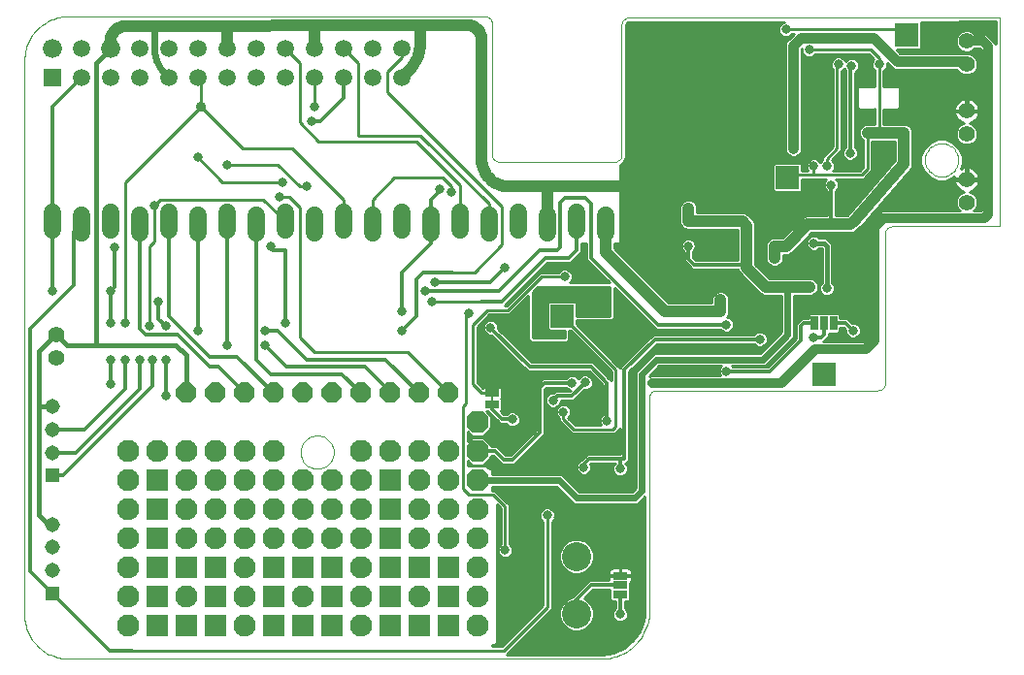
<source format=gbl>
G75*
G70*
%OFA0B0*%
%FSLAX24Y24*%
%IPPOS*%
%LPD*%
%AMOC8*
5,1,8,0,0,1.08239X$1,22.5*
%
%ADD10C,0.0000*%
%ADD11R,0.0594X0.0594*%
%ADD12C,0.0660*%
%ADD13C,0.0594*%
%ADD14C,0.0560*%
%ADD15R,0.0515X0.0515*%
%ADD16C,0.0515*%
%ADD17C,0.0600*%
%ADD18OC8,0.0700*%
%ADD19C,0.1000*%
%ADD20R,0.0800X0.0800*%
%ADD21C,0.0080*%
%ADD22R,0.0500X0.0250*%
%ADD23R,0.0250X0.0500*%
%ADD24C,0.0400*%
%ADD25C,0.0240*%
%ADD26C,0.0100*%
%ADD27C,0.0356*%
%ADD28C,0.0320*%
%ADD29C,0.0120*%
%ADD30C,0.0160*%
%ADD31C,0.0110*%
%ADD32C,0.0317*%
%ADD33C,0.0760*%
%ADD34R,0.0760X0.0760*%
%ADD35C,0.0350*%
%ADD36OC8,0.0760*%
%ADD37C,0.0360*%
%ADD38C,0.0320*%
%ADD39C,0.0360*%
D10*
X006865Y002944D02*
X006873Y022025D01*
X006875Y022101D01*
X006881Y022176D01*
X006890Y022252D01*
X006904Y022326D01*
X006921Y022400D01*
X006942Y022473D01*
X006967Y022545D01*
X006995Y022616D01*
X007026Y022685D01*
X007062Y022752D01*
X007100Y022818D01*
X007142Y022881D01*
X007187Y022942D01*
X007235Y023001D01*
X007286Y023058D01*
X007340Y023111D01*
X007396Y023162D01*
X007455Y023210D01*
X007516Y023255D01*
X007580Y023297D01*
X007645Y023336D01*
X007712Y023371D01*
X007782Y023402D01*
X007852Y023431D01*
X007924Y023455D01*
X007997Y023476D01*
X008071Y023493D01*
X008146Y023507D01*
X008221Y023516D01*
X008297Y023522D01*
X008373Y023524D01*
X022674Y023524D01*
X022704Y023522D01*
X022734Y023517D01*
X022763Y023508D01*
X022790Y023495D01*
X022816Y023480D01*
X022840Y023461D01*
X022861Y023440D01*
X022880Y023416D01*
X022895Y023390D01*
X022908Y023363D01*
X022917Y023334D01*
X022922Y023304D01*
X022924Y023274D01*
X022924Y018774D01*
X022926Y018744D01*
X022931Y018714D01*
X022940Y018685D01*
X022953Y018658D01*
X022968Y018632D01*
X022987Y018608D01*
X023008Y018587D01*
X023032Y018568D01*
X023058Y018553D01*
X023085Y018540D01*
X023114Y018531D01*
X023144Y018526D01*
X023174Y018524D01*
X027124Y018524D01*
X027154Y018526D01*
X027184Y018531D01*
X027213Y018540D01*
X027240Y018553D01*
X027266Y018568D01*
X027290Y018587D01*
X027311Y018608D01*
X027330Y018632D01*
X027345Y018658D01*
X027358Y018685D01*
X027367Y018714D01*
X027372Y018744D01*
X027374Y018774D01*
X027374Y023225D01*
X027376Y023255D01*
X027381Y023285D01*
X027390Y023314D01*
X027403Y023341D01*
X027418Y023367D01*
X027437Y023391D01*
X027458Y023412D01*
X027482Y023431D01*
X027508Y023446D01*
X027535Y023459D01*
X027564Y023468D01*
X027594Y023473D01*
X027624Y023475D01*
X040364Y023484D01*
X040364Y016304D01*
X036674Y016304D01*
X036644Y016302D01*
X036614Y016297D01*
X036585Y016288D01*
X036558Y016275D01*
X036532Y016260D01*
X036508Y016241D01*
X036487Y016220D01*
X036468Y016196D01*
X036453Y016170D01*
X036440Y016143D01*
X036431Y016114D01*
X036426Y016084D01*
X036424Y016054D01*
X036424Y010914D01*
X036422Y010884D01*
X036417Y010854D01*
X036408Y010825D01*
X036395Y010798D01*
X036380Y010772D01*
X036361Y010748D01*
X036340Y010727D01*
X036316Y010708D01*
X036290Y010693D01*
X036263Y010680D01*
X036234Y010671D01*
X036204Y010666D01*
X036174Y010664D01*
X028574Y010664D01*
X028544Y010662D01*
X028514Y010657D01*
X028485Y010648D01*
X028458Y010635D01*
X028432Y010620D01*
X028408Y010601D01*
X028387Y010580D01*
X028368Y010556D01*
X028353Y010530D01*
X028340Y010503D01*
X028331Y010474D01*
X028326Y010444D01*
X028324Y010414D01*
X028324Y002944D01*
X028314Y002865D01*
X028301Y002786D01*
X028283Y002708D01*
X028262Y002631D01*
X028237Y002555D01*
X028209Y002480D01*
X028177Y002407D01*
X028142Y002335D01*
X028103Y002265D01*
X028061Y002197D01*
X028016Y002132D01*
X027967Y002068D01*
X027916Y002007D01*
X027862Y001948D01*
X027805Y001892D01*
X027746Y001838D01*
X027684Y001788D01*
X027619Y001740D01*
X027553Y001696D01*
X027484Y001655D01*
X027414Y001617D01*
X027342Y001582D01*
X027268Y001551D01*
X027193Y001524D01*
X027117Y001500D01*
X027040Y001480D01*
X026961Y001463D01*
X026883Y001451D01*
X026803Y001442D01*
X026723Y001436D01*
X026644Y001435D01*
X026564Y001437D01*
X026484Y001444D01*
X008365Y001444D01*
X008289Y001446D01*
X008213Y001452D01*
X008138Y001461D01*
X008063Y001475D01*
X007989Y001492D01*
X007916Y001513D01*
X007844Y001537D01*
X007774Y001566D01*
X007705Y001597D01*
X007637Y001632D01*
X007572Y001671D01*
X007508Y001713D01*
X007447Y001758D01*
X007388Y001806D01*
X007332Y001857D01*
X007278Y001910D01*
X007227Y001967D01*
X007179Y002026D01*
X007134Y002087D01*
X007092Y002150D01*
X007054Y002216D01*
X007018Y002283D01*
X006987Y002352D01*
X006958Y002423D01*
X006934Y002495D01*
X006913Y002568D01*
X006896Y002642D01*
X006882Y002716D01*
X006873Y002792D01*
X006867Y002868D01*
X006865Y002944D01*
X016347Y008543D02*
X016349Y008590D01*
X016355Y008637D01*
X016364Y008683D01*
X016378Y008728D01*
X016395Y008772D01*
X016416Y008815D01*
X016440Y008855D01*
X016467Y008894D01*
X016498Y008930D01*
X016531Y008963D01*
X016567Y008994D01*
X016606Y009021D01*
X016646Y009045D01*
X016689Y009066D01*
X016733Y009083D01*
X016778Y009097D01*
X016824Y009106D01*
X016871Y009112D01*
X016918Y009114D01*
X016965Y009112D01*
X017012Y009106D01*
X017058Y009097D01*
X017103Y009083D01*
X017147Y009066D01*
X017190Y009045D01*
X017230Y009021D01*
X017269Y008994D01*
X017305Y008963D01*
X017338Y008930D01*
X017369Y008894D01*
X017396Y008855D01*
X017420Y008815D01*
X017441Y008772D01*
X017458Y008728D01*
X017472Y008683D01*
X017481Y008637D01*
X017487Y008590D01*
X017489Y008543D01*
X017487Y008496D01*
X017481Y008449D01*
X017472Y008403D01*
X017458Y008358D01*
X017441Y008314D01*
X017420Y008271D01*
X017396Y008231D01*
X017369Y008192D01*
X017338Y008156D01*
X017305Y008123D01*
X017269Y008092D01*
X017230Y008065D01*
X017190Y008041D01*
X017147Y008020D01*
X017103Y008003D01*
X017058Y007989D01*
X017012Y007980D01*
X016965Y007974D01*
X016918Y007972D01*
X016871Y007974D01*
X016824Y007980D01*
X016778Y007989D01*
X016733Y008003D01*
X016689Y008020D01*
X016646Y008041D01*
X016606Y008065D01*
X016567Y008092D01*
X016531Y008123D01*
X016498Y008156D01*
X016467Y008192D01*
X016440Y008231D01*
X016416Y008271D01*
X016395Y008314D01*
X016378Y008358D01*
X016364Y008403D01*
X016355Y008449D01*
X016349Y008496D01*
X016347Y008543D01*
X037792Y018586D02*
X037794Y018633D01*
X037800Y018680D01*
X037809Y018726D01*
X037823Y018771D01*
X037840Y018815D01*
X037861Y018858D01*
X037885Y018898D01*
X037912Y018937D01*
X037943Y018973D01*
X037976Y019006D01*
X038012Y019037D01*
X038051Y019064D01*
X038091Y019088D01*
X038134Y019109D01*
X038178Y019126D01*
X038223Y019140D01*
X038269Y019149D01*
X038316Y019155D01*
X038363Y019157D01*
X038410Y019155D01*
X038457Y019149D01*
X038503Y019140D01*
X038548Y019126D01*
X038592Y019109D01*
X038635Y019088D01*
X038675Y019064D01*
X038714Y019037D01*
X038750Y019006D01*
X038783Y018973D01*
X038814Y018937D01*
X038841Y018898D01*
X038865Y018858D01*
X038886Y018815D01*
X038903Y018771D01*
X038917Y018726D01*
X038926Y018680D01*
X038932Y018633D01*
X038934Y018586D01*
X038932Y018539D01*
X038926Y018492D01*
X038917Y018446D01*
X038903Y018401D01*
X038886Y018357D01*
X038865Y018314D01*
X038841Y018274D01*
X038814Y018235D01*
X038783Y018199D01*
X038750Y018166D01*
X038714Y018135D01*
X038675Y018108D01*
X038635Y018084D01*
X038592Y018063D01*
X038548Y018046D01*
X038503Y018032D01*
X038457Y018023D01*
X038410Y018017D01*
X038363Y018015D01*
X038316Y018017D01*
X038269Y018023D01*
X038223Y018032D01*
X038178Y018046D01*
X038134Y018063D01*
X038091Y018084D01*
X038051Y018108D01*
X038012Y018135D01*
X037976Y018166D01*
X037943Y018199D01*
X037912Y018235D01*
X037885Y018274D01*
X037861Y018314D01*
X037840Y018357D01*
X037823Y018401D01*
X037809Y018446D01*
X037800Y018492D01*
X037794Y018539D01*
X037792Y018586D01*
D11*
X007824Y021424D03*
D12*
X007824Y022424D03*
X009824Y022424D03*
D13*
X010824Y022424D03*
X011824Y022424D03*
X012824Y022424D03*
X013824Y022424D03*
X014824Y022424D03*
X015824Y022424D03*
X016824Y022424D03*
X017824Y022424D03*
X018824Y022424D03*
X019824Y022424D03*
X019824Y021424D03*
X018824Y021424D03*
X017824Y021424D03*
X016824Y021424D03*
X015824Y021424D03*
X014824Y021424D03*
X013824Y021424D03*
X012824Y021424D03*
X011824Y021424D03*
X010824Y021424D03*
X009824Y021424D03*
X008824Y021424D03*
X008824Y022424D03*
D14*
X007974Y012568D03*
X007974Y011781D03*
X039224Y017131D03*
X039224Y017918D03*
X039224Y019481D03*
X039224Y020268D03*
X039224Y021881D03*
X039224Y022668D03*
D15*
X007824Y007743D03*
X007824Y003693D03*
D16*
X007824Y004481D03*
X007824Y005268D03*
X007824Y006056D03*
X007824Y008531D03*
X007824Y009318D03*
X007824Y010106D03*
D17*
X008824Y016074D02*
X008824Y016674D01*
X007824Y016774D02*
X007824Y016174D01*
X009824Y016174D02*
X009824Y016774D01*
X010824Y016674D02*
X010824Y016074D01*
X011824Y016174D02*
X011824Y016774D01*
X012824Y016674D02*
X012824Y016074D01*
X013824Y016174D02*
X013824Y016774D01*
X014824Y016674D02*
X014824Y016074D01*
X015824Y016174D02*
X015824Y016774D01*
X016824Y016674D02*
X016824Y016074D01*
X017824Y016174D02*
X017824Y016774D01*
X018824Y016674D02*
X018824Y016074D01*
X019824Y016174D02*
X019824Y016774D01*
X020824Y016674D02*
X020824Y016074D01*
X021824Y016174D02*
X021824Y016774D01*
X022824Y016674D02*
X022824Y016074D01*
X023824Y016174D02*
X023824Y016774D01*
X024824Y016674D02*
X024824Y016074D01*
X025824Y016174D02*
X025824Y016774D01*
X026824Y016674D02*
X026824Y016074D01*
D18*
X021424Y010574D03*
X020424Y010574D03*
X019424Y010574D03*
X018424Y010574D03*
X017424Y010574D03*
X016424Y010574D03*
X015424Y010574D03*
X014424Y010574D03*
X013424Y010574D03*
X012424Y010574D03*
D19*
X025824Y004959D03*
X025824Y002990D03*
D20*
X034324Y011224D03*
X025324Y013224D03*
X033074Y017974D03*
X037174Y022874D03*
D21*
X022924Y010524D02*
X022924Y010224D01*
D22*
X022924Y010174D03*
X022924Y010574D03*
X027324Y004294D03*
X027324Y003974D03*
X027324Y003654D03*
D23*
X034004Y012974D03*
X034324Y012974D03*
X034644Y012974D03*
D24*
X033824Y014224D02*
X033574Y014224D01*
X033424Y014224D01*
X033074Y014224D01*
X032324Y014224D01*
X031674Y014874D01*
X031674Y014974D01*
X031674Y016324D01*
X031524Y016474D01*
X029674Y016474D01*
X029674Y016924D01*
X028824Y017674D02*
X028624Y017524D01*
X028824Y017674D02*
X024824Y017674D01*
X024824Y016374D01*
X026824Y016374D02*
X026824Y015424D01*
X028874Y013374D01*
X030774Y013374D01*
X030774Y013774D01*
X032624Y015224D02*
X032624Y015624D01*
X033024Y015624D01*
X033774Y016374D01*
X034574Y016374D01*
X035239Y016374D01*
X035357Y016492D01*
X037074Y018459D01*
X037074Y019524D01*
X036324Y019524D01*
X035824Y019524D01*
X036274Y019524D02*
X036324Y019524D01*
X028824Y017724D02*
X028824Y017674D01*
X024824Y017674D02*
X023424Y017674D01*
X023366Y017681D01*
X023309Y017691D01*
X023252Y017704D01*
X023196Y017722D01*
X023142Y017742D01*
X023089Y017767D01*
X023037Y017794D01*
X022988Y017825D01*
X022940Y017858D01*
X022895Y017895D01*
X022852Y017934D01*
X022811Y017976D01*
X022773Y018020D01*
X022738Y018067D01*
X022707Y018116D01*
X022678Y018167D01*
X022652Y018219D01*
X022630Y018273D01*
X022611Y018328D01*
X022596Y018384D01*
X022584Y018442D01*
X022576Y018499D01*
X022572Y018557D01*
X022571Y018616D01*
X022574Y018674D01*
X022574Y022674D01*
X022575Y022717D01*
X022571Y022761D01*
X022564Y022804D01*
X022554Y022846D01*
X022540Y022887D01*
X022523Y022927D01*
X022503Y022965D01*
X022479Y023002D01*
X022452Y023036D01*
X022423Y023069D01*
X022391Y023098D01*
X022357Y023125D01*
X022321Y023149D01*
X022283Y023170D01*
X022243Y023188D01*
X022202Y023202D01*
X022160Y023213D01*
X022117Y023221D01*
X022074Y023224D01*
X020449Y023224D01*
X020449Y022527D01*
X020449Y023224D02*
X016824Y023224D01*
X016824Y022424D01*
X016824Y023224D02*
X013824Y023174D01*
X013824Y022424D01*
X013824Y023174D02*
X011324Y023174D01*
X010324Y023174D01*
X009892Y022926D02*
X009872Y022887D01*
X009855Y022846D01*
X009841Y022804D01*
X009832Y022762D01*
X009826Y022718D01*
X009824Y022674D01*
X009824Y022424D01*
X009892Y022926D02*
X009916Y022962D01*
X009942Y022997D01*
X009972Y023029D01*
X010004Y023058D01*
X010038Y023084D01*
X010075Y023108D01*
X010114Y023128D01*
X010154Y023144D01*
X010195Y023157D01*
X010238Y023166D01*
X010281Y023172D01*
X010324Y023174D01*
X020111Y021712D02*
X020155Y021759D01*
X020197Y021809D01*
X020236Y021860D01*
X020271Y021914D01*
X020304Y021970D01*
X020334Y022027D01*
X020360Y022086D01*
X020383Y022147D01*
X020403Y022208D01*
X020419Y022271D01*
X020432Y022334D01*
X020441Y022398D01*
X020446Y022462D01*
X020448Y022527D01*
X020111Y021712D02*
X019824Y021424D01*
D25*
X011690Y021558D02*
X011645Y021606D01*
X011603Y021655D01*
X011563Y021707D01*
X011526Y021761D01*
X011491Y021817D01*
X011460Y021875D01*
X011432Y021934D01*
X011407Y021994D01*
X011385Y022056D01*
X011367Y022118D01*
X011351Y022182D01*
X011339Y022246D01*
X011331Y022311D01*
X011326Y022377D01*
X011324Y022442D01*
X011324Y023174D01*
X011690Y021558D02*
X011824Y021424D01*
X028074Y011224D02*
X028574Y011724D01*
X032224Y011724D01*
X033074Y012574D01*
X033074Y014224D01*
X033574Y014224D01*
X028074Y011224D02*
X028074Y007224D01*
X027824Y006974D01*
X025824Y006974D01*
X025224Y007574D01*
X022424Y007574D01*
D26*
X022924Y007354D02*
X025133Y007354D01*
X025604Y006883D01*
X025733Y006754D01*
X027915Y006754D01*
X028165Y007004D01*
X028174Y007013D01*
X028174Y002955D01*
X028141Y002762D01*
X028000Y002389D01*
X027766Y002066D01*
X027457Y001814D01*
X027093Y001650D01*
X026699Y001586D01*
X026549Y001592D01*
X026546Y001594D01*
X026492Y001594D01*
X026437Y001600D01*
X026431Y001594D01*
X023413Y001594D01*
X024979Y003160D01*
X024979Y006162D01*
X025044Y006227D01*
X025084Y006323D01*
X025084Y006426D01*
X025044Y006522D01*
X024971Y006595D01*
X024876Y006634D01*
X024772Y006634D01*
X024677Y006595D01*
X024603Y006522D01*
X024564Y006426D01*
X024564Y006323D01*
X024603Y006227D01*
X024669Y006162D01*
X024669Y003289D01*
X023260Y001879D01*
X022924Y001879D01*
X022924Y001914D01*
X023019Y001914D01*
X023084Y001979D01*
X023084Y006745D01*
X023219Y006610D01*
X023219Y005387D01*
X023153Y005322D01*
X023114Y005226D01*
X023114Y005123D01*
X023153Y005027D01*
X023227Y004954D01*
X023322Y004914D01*
X023426Y004914D01*
X023521Y004954D01*
X023594Y005027D01*
X023634Y005123D01*
X023634Y005226D01*
X023594Y005322D01*
X023529Y005387D01*
X023529Y006739D01*
X023438Y006829D01*
X023038Y007229D01*
X022924Y007229D01*
X022924Y007354D01*
X022924Y007286D02*
X025201Y007286D01*
X025300Y007187D02*
X023080Y007187D01*
X023179Y007089D02*
X025398Y007089D01*
X025497Y006990D02*
X023277Y006990D01*
X023376Y006892D02*
X025595Y006892D01*
X025694Y006793D02*
X023474Y006793D01*
X023529Y006695D02*
X028174Y006695D01*
X028174Y006793D02*
X027954Y006793D01*
X028053Y006892D02*
X028174Y006892D01*
X028174Y006990D02*
X028151Y006990D01*
X028174Y006596D02*
X024967Y006596D01*
X025054Y006498D02*
X028174Y006498D01*
X028174Y006399D02*
X025084Y006399D01*
X025075Y006301D02*
X028174Y006301D01*
X028174Y006202D02*
X025020Y006202D01*
X024979Y006104D02*
X028174Y006104D01*
X028174Y006005D02*
X024979Y006005D01*
X024979Y005907D02*
X028174Y005907D01*
X028174Y005808D02*
X024979Y005808D01*
X024979Y005710D02*
X028174Y005710D01*
X028174Y005611D02*
X024979Y005611D01*
X024979Y005513D02*
X025594Y005513D01*
X025484Y005467D02*
X025315Y005299D01*
X025224Y005078D01*
X025224Y004839D01*
X025315Y004619D01*
X025484Y004450D01*
X025705Y004359D01*
X025943Y004359D01*
X026164Y004450D01*
X026333Y004619D01*
X026424Y004839D01*
X026424Y005078D01*
X026333Y005299D01*
X026164Y005467D01*
X025943Y005559D01*
X025705Y005559D01*
X025484Y005467D01*
X025431Y005414D02*
X024979Y005414D01*
X024979Y005316D02*
X025333Y005316D01*
X025282Y005217D02*
X024979Y005217D01*
X024979Y005119D02*
X025241Y005119D01*
X025224Y005020D02*
X024979Y005020D01*
X024979Y004922D02*
X025224Y004922D01*
X025230Y004823D02*
X024979Y004823D01*
X024979Y004725D02*
X025271Y004725D01*
X025312Y004626D02*
X024979Y004626D01*
X024979Y004528D02*
X025406Y004528D01*
X025534Y004429D02*
X024979Y004429D01*
X024979Y004331D02*
X026924Y004331D01*
X026924Y004307D02*
X026924Y004439D01*
X026934Y004477D01*
X026954Y004512D01*
X026982Y004539D01*
X027016Y004559D01*
X027054Y004569D01*
X027311Y004569D01*
X027311Y004307D01*
X027311Y004282D01*
X026924Y004282D01*
X026924Y004150D01*
X026928Y004134D01*
X026258Y004134D01*
X025758Y003634D01*
X025713Y003590D01*
X025705Y003590D01*
X025484Y003499D01*
X025315Y003330D01*
X025224Y003110D01*
X025224Y002871D01*
X025315Y002650D01*
X025484Y002482D01*
X025705Y002390D01*
X025943Y002390D01*
X026164Y002482D01*
X026333Y002650D01*
X026424Y002871D01*
X026424Y003110D01*
X026333Y003330D01*
X026164Y003499D01*
X026101Y003525D01*
X026390Y003814D01*
X026974Y003814D01*
X026974Y003488D01*
X027032Y003429D01*
X027164Y003429D01*
X027164Y003182D01*
X027103Y003122D01*
X027064Y003026D01*
X027064Y002923D01*
X027103Y002827D01*
X027177Y002754D01*
X027272Y002714D01*
X027376Y002714D01*
X027471Y002754D01*
X027544Y002827D01*
X027584Y002923D01*
X027584Y003026D01*
X027544Y003122D01*
X027484Y003182D01*
X027484Y003429D01*
X027615Y003429D01*
X027674Y003488D01*
X027674Y004057D01*
X027694Y004077D01*
X027714Y004112D01*
X027724Y004150D01*
X027724Y004282D01*
X027336Y004282D01*
X027336Y004307D01*
X027311Y004307D01*
X026924Y004307D01*
X026924Y004232D02*
X024979Y004232D01*
X024979Y004134D02*
X026257Y004134D01*
X026159Y004035D02*
X024979Y004035D01*
X024979Y003937D02*
X026060Y003937D01*
X025962Y003838D02*
X024979Y003838D01*
X024979Y003740D02*
X025863Y003740D01*
X025765Y003641D02*
X024979Y003641D01*
X024979Y003543D02*
X025591Y003543D01*
X025430Y003444D02*
X024979Y003444D01*
X024979Y003346D02*
X025331Y003346D01*
X025281Y003247D02*
X024979Y003247D01*
X024968Y003149D02*
X025240Y003149D01*
X025224Y003050D02*
X024869Y003050D01*
X024771Y002952D02*
X025224Y002952D01*
X025231Y002853D02*
X024672Y002853D01*
X024574Y002755D02*
X025272Y002755D01*
X025313Y002656D02*
X024475Y002656D01*
X024377Y002558D02*
X025408Y002558D01*
X025537Y002459D02*
X024278Y002459D01*
X024180Y002361D02*
X027979Y002361D01*
X028026Y002459D02*
X026110Y002459D01*
X026240Y002558D02*
X028064Y002558D01*
X028101Y002656D02*
X026335Y002656D01*
X026376Y002755D02*
X027176Y002755D01*
X027093Y002853D02*
X026417Y002853D01*
X026424Y002952D02*
X027064Y002952D01*
X027074Y003050D02*
X026424Y003050D01*
X026408Y003149D02*
X027131Y003149D01*
X027164Y003247D02*
X026367Y003247D01*
X026317Y003346D02*
X027164Y003346D01*
X027017Y003444D02*
X026218Y003444D01*
X026119Y003543D02*
X026974Y003543D01*
X026974Y003641D02*
X026217Y003641D01*
X026316Y003740D02*
X026974Y003740D01*
X027484Y003346D02*
X028174Y003346D01*
X028174Y003444D02*
X027630Y003444D01*
X027674Y003543D02*
X028174Y003543D01*
X028174Y003641D02*
X027674Y003641D01*
X027674Y003740D02*
X028174Y003740D01*
X028174Y003838D02*
X027674Y003838D01*
X027674Y003937D02*
X028174Y003937D01*
X028174Y004035D02*
X027674Y004035D01*
X027720Y004134D02*
X028174Y004134D01*
X028174Y004232D02*
X027724Y004232D01*
X027724Y004307D02*
X027724Y004439D01*
X027714Y004477D01*
X027694Y004512D01*
X027666Y004539D01*
X027632Y004559D01*
X027594Y004569D01*
X027336Y004569D01*
X027336Y004307D01*
X027724Y004307D01*
X027724Y004331D02*
X028174Y004331D01*
X028174Y004429D02*
X027724Y004429D01*
X027678Y004528D02*
X028174Y004528D01*
X028174Y004626D02*
X026336Y004626D01*
X026377Y004725D02*
X028174Y004725D01*
X028174Y004823D02*
X026417Y004823D01*
X026424Y004922D02*
X028174Y004922D01*
X028174Y005020D02*
X026424Y005020D01*
X026407Y005119D02*
X028174Y005119D01*
X028174Y005217D02*
X026366Y005217D01*
X026315Y005316D02*
X028174Y005316D01*
X028174Y005414D02*
X026217Y005414D01*
X026054Y005513D02*
X028174Y005513D01*
X027336Y004528D02*
X027311Y004528D01*
X027311Y004429D02*
X027336Y004429D01*
X027336Y004331D02*
X027311Y004331D01*
X026970Y004528D02*
X026242Y004528D01*
X026114Y004429D02*
X026924Y004429D01*
X027484Y003247D02*
X028174Y003247D01*
X028174Y003149D02*
X027517Y003149D01*
X027574Y003050D02*
X028174Y003050D01*
X028173Y002952D02*
X027584Y002952D01*
X027555Y002853D02*
X028157Y002853D01*
X028139Y002755D02*
X027472Y002755D01*
X027908Y002262D02*
X024081Y002262D01*
X023983Y002164D02*
X027837Y002164D01*
X027766Y002065D02*
X023884Y002065D01*
X023786Y001967D02*
X027645Y001967D01*
X027524Y001868D02*
X023687Y001868D01*
X023589Y001770D02*
X027359Y001770D01*
X027140Y001671D02*
X023490Y001671D01*
X023347Y001967D02*
X023072Y001967D01*
X023084Y002065D02*
X023446Y002065D01*
X023544Y002164D02*
X023084Y002164D01*
X023084Y002262D02*
X023643Y002262D01*
X023741Y002361D02*
X023084Y002361D01*
X023084Y002459D02*
X023840Y002459D01*
X023938Y002558D02*
X023084Y002558D01*
X023084Y002656D02*
X024037Y002656D01*
X024135Y002755D02*
X023084Y002755D01*
X023084Y002853D02*
X024234Y002853D01*
X024332Y002952D02*
X023084Y002952D01*
X023084Y003050D02*
X024431Y003050D01*
X024529Y003149D02*
X023084Y003149D01*
X023084Y003247D02*
X024628Y003247D01*
X024669Y003346D02*
X023084Y003346D01*
X023084Y003444D02*
X024669Y003444D01*
X024669Y003543D02*
X023084Y003543D01*
X023084Y003641D02*
X024669Y003641D01*
X024669Y003740D02*
X023084Y003740D01*
X023084Y003838D02*
X024669Y003838D01*
X024669Y003937D02*
X023084Y003937D01*
X023084Y004035D02*
X024669Y004035D01*
X024669Y004134D02*
X023084Y004134D01*
X023084Y004232D02*
X024669Y004232D01*
X024669Y004331D02*
X023084Y004331D01*
X023084Y004429D02*
X024669Y004429D01*
X024669Y004528D02*
X023084Y004528D01*
X023084Y004626D02*
X024669Y004626D01*
X024669Y004725D02*
X023084Y004725D01*
X023084Y004823D02*
X024669Y004823D01*
X024669Y004922D02*
X023444Y004922D01*
X023304Y004922D02*
X023084Y004922D01*
X023084Y005020D02*
X023160Y005020D01*
X023115Y005119D02*
X023084Y005119D01*
X023084Y005217D02*
X023114Y005217D01*
X023084Y005316D02*
X023151Y005316D01*
X023084Y005414D02*
X023219Y005414D01*
X023219Y005513D02*
X023084Y005513D01*
X023084Y005611D02*
X023219Y005611D01*
X023219Y005710D02*
X023084Y005710D01*
X023084Y005808D02*
X023219Y005808D01*
X023219Y005907D02*
X023084Y005907D01*
X023084Y006005D02*
X023219Y006005D01*
X023219Y006104D02*
X023084Y006104D01*
X023084Y006202D02*
X023219Y006202D01*
X023219Y006301D02*
X023084Y006301D01*
X023084Y006399D02*
X023219Y006399D01*
X023219Y006498D02*
X023084Y006498D01*
X023084Y006596D02*
X023219Y006596D01*
X023134Y006695D02*
X023084Y006695D01*
X023529Y006596D02*
X024680Y006596D01*
X024594Y006498D02*
X023529Y006498D01*
X023529Y006399D02*
X024564Y006399D01*
X024573Y006301D02*
X023529Y006301D01*
X023529Y006202D02*
X024628Y006202D01*
X024669Y006104D02*
X023529Y006104D01*
X023529Y006005D02*
X024669Y006005D01*
X024669Y005907D02*
X023529Y005907D01*
X023529Y005808D02*
X024669Y005808D01*
X024669Y005710D02*
X023529Y005710D01*
X023529Y005611D02*
X024669Y005611D01*
X024669Y005513D02*
X023529Y005513D01*
X023529Y005414D02*
X024669Y005414D01*
X024669Y005316D02*
X023597Y005316D01*
X023634Y005217D02*
X024669Y005217D01*
X024669Y005119D02*
X023632Y005119D01*
X023588Y005020D02*
X024669Y005020D01*
X025915Y007194D02*
X025315Y007794D01*
X022924Y007794D01*
X022924Y008074D01*
X025814Y008074D01*
X025814Y008076D02*
X025814Y007973D01*
X025853Y007877D01*
X025927Y007804D01*
X026022Y007764D01*
X026126Y007764D01*
X026221Y007804D01*
X026294Y007877D01*
X027083Y007877D01*
X027064Y007923D02*
X027103Y007827D01*
X027177Y007754D01*
X027272Y007714D01*
X027376Y007714D01*
X027471Y007754D01*
X027544Y007827D01*
X027584Y007923D01*
X027584Y008026D01*
X027544Y008122D01*
X027502Y008164D01*
X027540Y008164D01*
X027634Y008258D01*
X027634Y011308D01*
X028590Y012264D01*
X031916Y012264D01*
X031977Y012204D01*
X032072Y012164D01*
X032176Y012164D01*
X032271Y012204D01*
X032344Y012277D01*
X032384Y012373D01*
X032384Y012476D01*
X032344Y012572D01*
X032271Y012645D01*
X032176Y012684D01*
X032072Y012684D01*
X031977Y012645D01*
X031916Y012584D01*
X028458Y012584D01*
X027408Y011534D01*
X027317Y011444D01*
X027236Y011524D01*
X025824Y012937D01*
X025824Y013074D01*
X027036Y013074D01*
X027124Y013162D01*
X027124Y013649D01*
X027134Y013673D01*
X027134Y013776D01*
X027124Y013800D01*
X027124Y014198D01*
X028558Y012764D01*
X030766Y012764D01*
X030827Y012704D01*
X030922Y012664D01*
X031026Y012664D01*
X031121Y012704D01*
X031194Y012777D01*
X031234Y012873D01*
X031234Y012976D01*
X031194Y013072D01*
X031121Y013145D01*
X031026Y013184D01*
X031008Y013184D01*
X031028Y013204D01*
X031074Y013315D01*
X031074Y013834D01*
X031028Y013944D01*
X030944Y014029D01*
X030834Y014074D01*
X030714Y014074D01*
X030604Y014029D01*
X030520Y013944D01*
X030474Y013834D01*
X030474Y013674D01*
X028998Y013674D01*
X027124Y015549D01*
X027124Y015724D01*
X027324Y015724D01*
X027324Y018428D01*
X027417Y018482D01*
X027524Y018667D01*
X027524Y023225D01*
X027527Y023250D01*
X027553Y023295D01*
X027598Y023321D01*
X027624Y023325D01*
X027638Y023325D01*
X027686Y023325D01*
X032958Y023329D01*
X032877Y023295D01*
X032803Y023222D01*
X032764Y023126D01*
X032764Y023023D01*
X032803Y022927D01*
X032877Y022854D01*
X032972Y022814D01*
X033076Y022814D01*
X033171Y022854D01*
X033242Y022924D01*
X033278Y022924D01*
X033115Y022762D01*
X033037Y022683D01*
X032994Y022580D01*
X032994Y018919D01*
X033037Y018816D01*
X033115Y018737D01*
X033218Y018694D01*
X033330Y018694D01*
X033433Y018737D01*
X033511Y018816D01*
X033554Y018919D01*
X033554Y022408D01*
X033564Y022418D01*
X033564Y022323D01*
X033603Y022227D01*
X033677Y022154D01*
X033772Y022114D01*
X033876Y022114D01*
X033971Y022154D01*
X034042Y022224D01*
X035862Y022224D01*
X036034Y022052D01*
X036003Y022022D01*
X035964Y021926D01*
X035964Y021823D01*
X036003Y021727D01*
X036074Y021657D01*
X036074Y021116D01*
X036065Y021124D01*
X035532Y021124D01*
X035474Y021066D01*
X035474Y020383D01*
X035532Y020324D01*
X036065Y020324D01*
X036074Y020333D01*
X036074Y019824D01*
X035764Y019824D01*
X035654Y019779D01*
X035570Y019694D01*
X035524Y019584D01*
X035524Y019465D01*
X035570Y019354D01*
X035654Y019270D01*
X035674Y019262D01*
X035674Y018337D01*
X035562Y018224D01*
X034642Y018224D01*
X034644Y018227D01*
X034684Y018323D01*
X034684Y018426D01*
X034644Y018522D01*
X034589Y018577D01*
X034924Y018912D01*
X034924Y021634D01*
X034971Y021654D01*
X035036Y021719D01*
X035053Y021677D01*
X035064Y021667D01*
X035064Y019032D01*
X035003Y018972D01*
X034964Y018876D01*
X034964Y018773D01*
X035003Y018677D01*
X035077Y018604D01*
X035172Y018564D01*
X035276Y018564D01*
X035371Y018604D01*
X035444Y018677D01*
X035484Y018773D01*
X035484Y018876D01*
X035444Y018972D01*
X035384Y019032D01*
X035384Y021589D01*
X035421Y021604D01*
X035494Y021677D01*
X035534Y021773D01*
X035534Y021876D01*
X035494Y021972D01*
X035421Y022045D01*
X035326Y022084D01*
X035222Y022084D01*
X035127Y022045D01*
X035062Y021980D01*
X035044Y022022D01*
X034971Y022095D01*
X034876Y022134D01*
X034772Y022134D01*
X034677Y022095D01*
X034603Y022022D01*
X034564Y021926D01*
X034564Y021823D01*
X034603Y021727D01*
X034624Y021707D01*
X034624Y019037D01*
X034274Y018687D01*
X034274Y018592D01*
X034203Y018522D01*
X034199Y018511D01*
X034194Y018522D01*
X034121Y018595D01*
X034026Y018634D01*
X033922Y018634D01*
X033827Y018595D01*
X033753Y018522D01*
X033714Y018426D01*
X033714Y018323D01*
X033753Y018227D01*
X033756Y018224D01*
X033574Y018224D01*
X033574Y018416D01*
X033515Y018474D01*
X032632Y018474D01*
X032574Y018416D01*
X032574Y017533D01*
X032632Y017474D01*
X033515Y017474D01*
X033574Y017533D01*
X033574Y017924D01*
X034406Y017924D01*
X034353Y017872D01*
X034314Y017776D01*
X034314Y017673D01*
X034353Y017577D01*
X034414Y017517D01*
X034414Y016674D01*
X033714Y016674D01*
X033604Y016629D01*
X032900Y015924D01*
X032564Y015924D01*
X032454Y015879D01*
X032370Y015794D01*
X032324Y015684D01*
X032324Y015165D01*
X032370Y015054D01*
X032454Y014970D01*
X032564Y014924D01*
X032684Y014924D01*
X032794Y014970D01*
X032878Y015054D01*
X032924Y015165D01*
X032924Y015324D01*
X033084Y015324D01*
X033194Y015370D01*
X033278Y015454D01*
X033898Y016074D01*
X035299Y016074D01*
X035409Y016120D01*
X035534Y016245D01*
X035543Y016249D01*
X035814Y016249D01*
X035814Y016326D02*
X035814Y012482D01*
X035666Y012334D01*
X034310Y012334D01*
X034484Y012508D01*
X034484Y012624D01*
X034810Y012624D01*
X034869Y012683D01*
X034869Y012814D01*
X035008Y012814D01*
X035064Y012758D01*
X035064Y012673D01*
X035103Y012577D01*
X035177Y012504D01*
X035272Y012464D01*
X035376Y012464D01*
X035471Y012504D01*
X035544Y012577D01*
X035584Y012673D01*
X035584Y012776D01*
X035544Y012872D01*
X035471Y012945D01*
X035376Y012984D01*
X035290Y012984D01*
X035140Y013134D01*
X034869Y013134D01*
X034869Y013266D01*
X034810Y013324D01*
X033837Y013324D01*
X033779Y013266D01*
X033779Y013134D01*
X033558Y013134D01*
X033464Y013041D01*
X033364Y012941D01*
X033364Y012441D01*
X032408Y011484D01*
X031182Y011484D01*
X031162Y011504D01*
X032315Y011504D01*
X033165Y012354D01*
X033294Y012483D01*
X033294Y013924D01*
X033884Y013924D01*
X033994Y013970D01*
X034078Y014054D01*
X034124Y014165D01*
X034124Y014284D01*
X034078Y014394D01*
X033994Y014479D01*
X033884Y014524D01*
X032448Y014524D01*
X031974Y014999D01*
X031974Y016384D01*
X031928Y016494D01*
X031844Y016579D01*
X031694Y016729D01*
X031584Y016774D01*
X029974Y016774D01*
X029974Y016984D01*
X029928Y017094D01*
X029844Y017179D01*
X029734Y017224D01*
X029614Y017224D01*
X029504Y017179D01*
X029420Y017094D01*
X029374Y016984D01*
X029374Y016415D01*
X029420Y016304D01*
X029504Y016220D01*
X029614Y016174D01*
X031374Y016174D01*
X031374Y015134D01*
X029940Y015134D01*
X029834Y015241D01*
X029834Y015417D01*
X029894Y015477D01*
X029934Y015573D01*
X029934Y015676D01*
X029894Y015772D01*
X029821Y015845D01*
X029726Y015884D01*
X029622Y015884D01*
X029527Y015845D01*
X029453Y015772D01*
X029414Y015676D01*
X029414Y015573D01*
X029453Y015477D01*
X029514Y015417D01*
X029514Y015108D01*
X029714Y014908D01*
X029808Y014814D01*
X031374Y014814D01*
X031420Y014704D01*
X032070Y014054D01*
X032154Y013970D01*
X032264Y013924D01*
X032854Y013924D01*
X032854Y012666D01*
X032133Y011944D01*
X028483Y011944D01*
X028354Y011816D01*
X027854Y011316D01*
X027854Y007316D01*
X027733Y007194D01*
X025915Y007194D01*
X025824Y007286D02*
X027824Y007286D01*
X027854Y007384D02*
X025725Y007384D01*
X025627Y007483D02*
X027854Y007483D01*
X027854Y007581D02*
X025528Y007581D01*
X025430Y007680D02*
X027854Y007680D01*
X027854Y007778D02*
X027496Y007778D01*
X027565Y007877D02*
X027854Y007877D01*
X027854Y007975D02*
X027584Y007975D01*
X027564Y008074D02*
X027854Y008074D01*
X027854Y008172D02*
X027548Y008172D01*
X027634Y008271D02*
X027854Y008271D01*
X027854Y008369D02*
X027634Y008369D01*
X027634Y008468D02*
X027854Y008468D01*
X027854Y008566D02*
X027634Y008566D01*
X027634Y008665D02*
X027854Y008665D01*
X027854Y008763D02*
X027634Y008763D01*
X027634Y008862D02*
X027854Y008862D01*
X027854Y008960D02*
X027634Y008960D01*
X027634Y009059D02*
X027854Y009059D01*
X027854Y009157D02*
X027634Y009157D01*
X027634Y009256D02*
X027854Y009256D01*
X027854Y009354D02*
X027634Y009354D01*
X027634Y009453D02*
X027854Y009453D01*
X027854Y009551D02*
X027634Y009551D01*
X027634Y009650D02*
X027854Y009650D01*
X027854Y009748D02*
X027634Y009748D01*
X027634Y009847D02*
X027854Y009847D01*
X027854Y009945D02*
X027634Y009945D01*
X027634Y010044D02*
X027854Y010044D01*
X027854Y010142D02*
X027634Y010142D01*
X027634Y010241D02*
X027854Y010241D01*
X027854Y010339D02*
X027634Y010339D01*
X027634Y010438D02*
X027854Y010438D01*
X027854Y010536D02*
X027634Y010536D01*
X027634Y010635D02*
X027854Y010635D01*
X027854Y010733D02*
X027634Y010733D01*
X027634Y010832D02*
X027854Y010832D01*
X027854Y010930D02*
X027634Y010930D01*
X027634Y011029D02*
X027854Y011029D01*
X027854Y011127D02*
X027634Y011127D01*
X027634Y011226D02*
X027854Y011226D01*
X027863Y011324D02*
X027650Y011324D01*
X027749Y011423D02*
X027961Y011423D01*
X028060Y011521D02*
X027847Y011521D01*
X027946Y011620D02*
X028158Y011620D01*
X028257Y011718D02*
X028044Y011718D01*
X028143Y011817D02*
X028355Y011817D01*
X028454Y011915D02*
X028241Y011915D01*
X028340Y012014D02*
X032202Y012014D01*
X032301Y012112D02*
X028438Y012112D01*
X028537Y012211D02*
X031970Y012211D01*
X032278Y012211D02*
X032399Y012211D01*
X032358Y012309D02*
X032498Y012309D01*
X032596Y012408D02*
X032384Y012408D01*
X032371Y012506D02*
X032695Y012506D01*
X032793Y012605D02*
X032311Y012605D01*
X031937Y012605D02*
X026156Y012605D01*
X026254Y012506D02*
X028380Y012506D01*
X028281Y012408D02*
X026353Y012408D01*
X026451Y012309D02*
X028183Y012309D01*
X028084Y012211D02*
X026550Y012211D01*
X026648Y012112D02*
X027986Y012112D01*
X027887Y012014D02*
X026747Y012014D01*
X026845Y011915D02*
X027789Y011915D01*
X027690Y011817D02*
X026944Y011817D01*
X027042Y011718D02*
X027592Y011718D01*
X027493Y011620D02*
X027141Y011620D01*
X027239Y011521D02*
X027395Y011521D01*
X027174Y011374D02*
X027174Y009424D01*
X027074Y009324D01*
X025724Y009324D01*
X025374Y009674D01*
X025374Y009924D01*
X025566Y009748D02*
X026644Y009748D01*
X026653Y009772D02*
X026614Y009676D01*
X026614Y009573D01*
X026653Y009477D01*
X026656Y009474D01*
X025786Y009474D01*
X025539Y009722D01*
X025594Y009777D01*
X025634Y009873D01*
X025634Y009976D01*
X025594Y010072D01*
X025521Y010145D01*
X025426Y010184D01*
X025322Y010184D01*
X025227Y010145D01*
X025153Y010072D01*
X025114Y009976D01*
X025114Y009873D01*
X025153Y009777D01*
X025224Y009707D01*
X025224Y009612D01*
X025312Y009524D01*
X025662Y009174D01*
X027136Y009174D01*
X027224Y009262D01*
X027314Y009352D01*
X027314Y008484D01*
X026208Y008484D01*
X026114Y008391D01*
X025997Y008274D01*
X025927Y008245D01*
X025853Y008172D01*
X025814Y008076D01*
X025814Y007975D02*
X022924Y007975D01*
X022924Y007877D02*
X025854Y007877D01*
X025988Y007778D02*
X025331Y007778D01*
X025854Y008172D02*
X023748Y008172D01*
X023690Y008114D02*
X024734Y009158D01*
X024734Y010708D01*
X024790Y010764D01*
X025466Y010764D01*
X025526Y010703D01*
X025622Y010664D01*
X025637Y010664D01*
X025608Y010634D01*
X025108Y010634D01*
X025058Y010584D01*
X024972Y010584D01*
X024877Y010545D01*
X024803Y010472D01*
X024764Y010376D01*
X024764Y010273D01*
X024803Y010177D01*
X024877Y010104D01*
X024972Y010064D01*
X025076Y010064D01*
X025171Y010104D01*
X025244Y010177D01*
X025284Y010273D01*
X025284Y010314D01*
X025740Y010314D01*
X025834Y010408D01*
X026110Y010684D01*
X026176Y010684D01*
X026271Y010724D01*
X026344Y010797D01*
X026384Y010893D01*
X026384Y010996D01*
X026344Y011092D01*
X026271Y011165D01*
X026176Y011204D01*
X026072Y011204D01*
X025977Y011165D01*
X025903Y011092D01*
X025894Y011070D01*
X025894Y011071D01*
X025821Y011144D01*
X025725Y011184D01*
X025622Y011184D01*
X025526Y011144D01*
X025466Y011084D01*
X024657Y011084D01*
X024414Y010841D01*
X024414Y009291D01*
X023558Y008434D01*
X023390Y008434D01*
X023090Y008734D01*
X022904Y008734D01*
X022904Y008773D01*
X022623Y009054D01*
X022225Y009054D01*
X022079Y008908D01*
X022079Y009241D01*
X022225Y009094D01*
X022623Y009094D01*
X022904Y009376D01*
X022904Y009773D01*
X022728Y009949D01*
X022773Y009949D01*
X023114Y009608D01*
X023208Y009514D01*
X023416Y009514D01*
X023477Y009454D01*
X023572Y009414D01*
X023676Y009414D01*
X023771Y009454D01*
X023844Y009527D01*
X023884Y009623D01*
X023884Y009726D01*
X023844Y009822D01*
X023771Y009895D01*
X023676Y009934D01*
X023572Y009934D01*
X023477Y009895D01*
X023416Y009834D01*
X023340Y009834D01*
X023220Y009954D01*
X023274Y010008D01*
X023274Y010341D01*
X023240Y010374D01*
X023274Y010408D01*
X023274Y010741D01*
X023215Y010799D01*
X022632Y010799D01*
X022597Y010764D01*
X022424Y010937D01*
X022424Y012862D01*
X022836Y013274D01*
X023536Y013274D01*
X024174Y013912D01*
X024174Y012412D01*
X024262Y012324D01*
X025486Y012324D01*
X025574Y012412D01*
X025574Y012724D01*
X025612Y012724D01*
X027024Y011312D01*
X027024Y011001D01*
X026940Y011084D01*
X026484Y011541D01*
X026390Y011634D01*
X024290Y011634D01*
X023134Y012791D01*
X023134Y012876D01*
X023094Y012972D01*
X023021Y013045D01*
X022926Y013084D01*
X022822Y013084D01*
X022727Y013045D01*
X022653Y012972D01*
X022614Y012876D01*
X022614Y012773D01*
X022653Y012677D01*
X022727Y012604D01*
X022822Y012564D01*
X022908Y012564D01*
X024158Y011314D01*
X026258Y011314D01*
X026714Y010858D01*
X026714Y009832D01*
X026653Y009772D01*
X026714Y009847D02*
X025623Y009847D01*
X025634Y009945D02*
X026714Y009945D01*
X026714Y010044D02*
X025606Y010044D01*
X025524Y010142D02*
X026714Y010142D01*
X026714Y010241D02*
X025271Y010241D01*
X025224Y010142D02*
X025210Y010142D01*
X025142Y010044D02*
X024734Y010044D01*
X024734Y010142D02*
X024838Y010142D01*
X024777Y010241D02*
X024734Y010241D01*
X024734Y010339D02*
X024764Y010339D01*
X024790Y010438D02*
X024734Y010438D01*
X024734Y010536D02*
X024868Y010536D01*
X024734Y010635D02*
X025608Y010635D01*
X025496Y010733D02*
X024759Y010733D01*
X024504Y010930D02*
X022430Y010930D01*
X022424Y011029D02*
X024602Y011029D01*
X024414Y010832D02*
X022529Y010832D01*
X022274Y010874D02*
X022574Y010574D01*
X022924Y010574D01*
X023274Y010536D02*
X024414Y010536D01*
X024414Y010438D02*
X023274Y010438D01*
X023274Y010339D02*
X024414Y010339D01*
X024414Y010241D02*
X023274Y010241D01*
X023274Y010142D02*
X024414Y010142D01*
X024414Y010044D02*
X023274Y010044D01*
X023229Y009945D02*
X024414Y009945D01*
X024414Y009847D02*
X023819Y009847D01*
X023875Y009748D02*
X024414Y009748D01*
X024414Y009650D02*
X023884Y009650D01*
X023854Y009551D02*
X024414Y009551D01*
X024414Y009453D02*
X023769Y009453D01*
X023479Y009453D02*
X022904Y009453D01*
X022904Y009551D02*
X023171Y009551D01*
X023072Y009650D02*
X022904Y009650D01*
X022904Y009748D02*
X022974Y009748D01*
X022875Y009847D02*
X022830Y009847D01*
X022777Y009945D02*
X022732Y009945D01*
X023328Y009847D02*
X023429Y009847D01*
X022883Y009354D02*
X024414Y009354D01*
X024379Y009256D02*
X022784Y009256D01*
X022686Y009157D02*
X024281Y009157D01*
X024182Y009059D02*
X022079Y009059D01*
X022079Y009157D02*
X022162Y009157D01*
X022131Y008960D02*
X022079Y008960D01*
X022717Y008960D02*
X024084Y008960D01*
X023985Y008862D02*
X022815Y008862D01*
X022904Y008763D02*
X023887Y008763D01*
X023788Y008665D02*
X023160Y008665D01*
X023258Y008566D02*
X023690Y008566D01*
X023591Y008468D02*
X023357Y008468D01*
X023101Y008271D02*
X022799Y008271D01*
X022701Y008172D02*
X023200Y008172D01*
X023164Y008208D02*
X023258Y008114D01*
X023690Y008114D01*
X023847Y008271D02*
X025990Y008271D01*
X026093Y008369D02*
X023945Y008369D01*
X024044Y008468D02*
X026191Y008468D01*
X026340Y008164D02*
X027146Y008164D01*
X027103Y008122D01*
X027064Y008026D01*
X027064Y007923D01*
X027064Y007975D02*
X026334Y007975D01*
X026334Y007973D02*
X026334Y008076D01*
X026310Y008134D01*
X026340Y008164D01*
X026334Y008074D02*
X027084Y008074D01*
X027152Y007778D02*
X026159Y007778D01*
X026294Y007877D02*
X026334Y007973D01*
X027314Y008566D02*
X024142Y008566D01*
X024241Y008665D02*
X027314Y008665D01*
X027314Y008763D02*
X024339Y008763D01*
X024438Y008862D02*
X027314Y008862D01*
X027314Y008960D02*
X024536Y008960D01*
X024635Y009059D02*
X027314Y009059D01*
X027314Y009157D02*
X024733Y009157D01*
X024734Y009256D02*
X025580Y009256D01*
X025482Y009354D02*
X024734Y009354D01*
X024734Y009453D02*
X025383Y009453D01*
X025285Y009551D02*
X024734Y009551D01*
X024734Y009650D02*
X025224Y009650D01*
X025182Y009748D02*
X024734Y009748D01*
X024734Y009847D02*
X025125Y009847D01*
X025114Y009945D02*
X024734Y009945D01*
X025611Y009650D02*
X026614Y009650D01*
X026623Y009551D02*
X025709Y009551D01*
X025765Y010339D02*
X026714Y010339D01*
X026714Y010438D02*
X025864Y010438D01*
X025962Y010536D02*
X026714Y010536D01*
X026714Y010635D02*
X026061Y010635D01*
X026281Y010733D02*
X026714Y010733D01*
X026714Y010832D02*
X026359Y010832D01*
X026384Y010930D02*
X026642Y010930D01*
X026543Y011029D02*
X026370Y011029D01*
X026309Y011127D02*
X026445Y011127D01*
X026346Y011226D02*
X022424Y011226D01*
X022424Y011324D02*
X024148Y011324D01*
X024049Y011423D02*
X022424Y011423D01*
X022424Y011521D02*
X023951Y011521D01*
X023852Y011620D02*
X022424Y011620D01*
X022424Y011718D02*
X023754Y011718D01*
X023655Y011817D02*
X022424Y011817D01*
X022424Y011915D02*
X023557Y011915D01*
X023458Y012014D02*
X022424Y012014D01*
X022424Y012112D02*
X023360Y012112D01*
X023261Y012211D02*
X022424Y012211D01*
X022424Y012309D02*
X023163Y012309D01*
X023064Y012408D02*
X022424Y012408D01*
X022424Y012506D02*
X022966Y012506D01*
X022726Y012605D02*
X022424Y012605D01*
X022424Y012703D02*
X022643Y012703D01*
X022614Y012802D02*
X022424Y012802D01*
X022462Y012900D02*
X022624Y012900D01*
X022681Y012999D02*
X022561Y012999D01*
X022659Y013097D02*
X024174Y013097D01*
X024174Y012999D02*
X023067Y012999D01*
X023124Y012900D02*
X024174Y012900D01*
X024174Y012802D02*
X023134Y012802D01*
X023221Y012703D02*
X024174Y012703D01*
X024174Y012605D02*
X023320Y012605D01*
X023418Y012506D02*
X024174Y012506D01*
X024178Y012408D02*
X023517Y012408D01*
X023615Y012309D02*
X026027Y012309D01*
X026125Y012211D02*
X023714Y012211D01*
X023812Y012112D02*
X026224Y012112D01*
X026322Y012014D02*
X023911Y012014D01*
X024009Y011915D02*
X026421Y011915D01*
X026519Y011817D02*
X024108Y011817D01*
X024206Y011718D02*
X026618Y011718D01*
X026716Y011620D02*
X026405Y011620D01*
X026503Y011521D02*
X026815Y011521D01*
X026913Y011423D02*
X026602Y011423D01*
X026700Y011324D02*
X027012Y011324D01*
X027024Y011226D02*
X026799Y011226D01*
X026897Y011127D02*
X027024Y011127D01*
X027024Y011029D02*
X026996Y011029D01*
X027174Y011374D02*
X025324Y013224D01*
X025824Y013224D02*
X025824Y013666D01*
X025765Y013724D01*
X024882Y013724D01*
X024824Y013666D01*
X024824Y012783D01*
X024882Y012724D01*
X025424Y012724D01*
X025424Y012474D01*
X024324Y012474D01*
X024324Y014062D01*
X024486Y014224D01*
X026974Y014224D01*
X026974Y013224D01*
X025824Y013224D01*
X025824Y013294D02*
X026974Y013294D01*
X026974Y013393D02*
X025824Y013393D01*
X025824Y013491D02*
X026974Y013491D01*
X026974Y013590D02*
X025824Y013590D01*
X025801Y013688D02*
X026974Y013688D01*
X026974Y013787D02*
X024324Y013787D01*
X024324Y013885D02*
X026974Y013885D01*
X026974Y013984D02*
X024324Y013984D01*
X024344Y014082D02*
X026974Y014082D01*
X026974Y014181D02*
X024443Y014181D01*
X024215Y014378D02*
X024154Y014378D01*
X024117Y014279D02*
X024055Y014279D01*
X024018Y014181D02*
X023957Y014181D01*
X023920Y014082D02*
X023858Y014082D01*
X023821Y013984D02*
X023760Y013984D01*
X023723Y013885D02*
X023661Y013885D01*
X023624Y013787D02*
X023563Y013787D01*
X023526Y013688D02*
X023464Y013688D01*
X023427Y013590D02*
X023366Y013590D01*
X023350Y013574D02*
X023412Y013574D01*
X024562Y014724D01*
X025206Y014724D01*
X025277Y014795D01*
X025372Y014834D01*
X025476Y014834D01*
X025571Y014795D01*
X025644Y014722D01*
X025684Y014626D01*
X025684Y014523D01*
X025644Y014427D01*
X025592Y014374D01*
X026948Y014374D01*
X026258Y015064D01*
X026164Y015158D01*
X026164Y015724D01*
X025984Y015724D01*
X025984Y015408D01*
X025890Y015314D01*
X025640Y015064D01*
X024840Y015064D01*
X023350Y013574D01*
X023474Y013424D02*
X022774Y013424D01*
X022274Y012924D01*
X022274Y010874D01*
X022424Y011127D02*
X025509Y011127D01*
X025837Y011127D02*
X025939Y011127D01*
X026124Y010944D02*
X026124Y010924D01*
X024414Y010733D02*
X023274Y010733D01*
X023274Y010635D02*
X024414Y010635D01*
X027218Y009256D02*
X027314Y009256D01*
X028326Y011165D02*
X028665Y011504D01*
X030786Y011504D01*
X030753Y011472D01*
X030714Y011376D01*
X030714Y011273D01*
X030750Y011184D01*
X028372Y011184D01*
X028326Y011165D01*
X028387Y011226D02*
X030733Y011226D01*
X030714Y011324D02*
X028485Y011324D01*
X028584Y011423D02*
X030733Y011423D01*
X032332Y011521D02*
X032445Y011521D01*
X032431Y011620D02*
X032543Y011620D01*
X032529Y011718D02*
X032642Y011718D01*
X032628Y011817D02*
X032740Y011817D01*
X032726Y011915D02*
X032839Y011915D01*
X032825Y012014D02*
X032937Y012014D01*
X032923Y012112D02*
X033036Y012112D01*
X033022Y012211D02*
X033134Y012211D01*
X033120Y012309D02*
X033233Y012309D01*
X033219Y012408D02*
X033331Y012408D01*
X033364Y012506D02*
X033294Y012506D01*
X033294Y012605D02*
X033364Y012605D01*
X033364Y012703D02*
X033294Y012703D01*
X033294Y012802D02*
X033364Y012802D01*
X033364Y012900D02*
X033294Y012900D01*
X033294Y012999D02*
X033422Y012999D01*
X033521Y013097D02*
X033294Y013097D01*
X033294Y013196D02*
X033779Y013196D01*
X033808Y013294D02*
X033294Y013294D01*
X033294Y013393D02*
X035814Y013393D01*
X035814Y013491D02*
X033294Y013491D01*
X033294Y013590D02*
X035814Y013590D01*
X035814Y013688D02*
X033294Y013688D01*
X033294Y013787D02*
X035814Y013787D01*
X035814Y013885D02*
X033294Y013885D01*
X032854Y013885D02*
X031053Y013885D01*
X031074Y013787D02*
X032854Y013787D01*
X032854Y013688D02*
X031074Y013688D01*
X031074Y013590D02*
X032854Y013590D01*
X032854Y013491D02*
X031074Y013491D01*
X031074Y013393D02*
X032854Y013393D01*
X032854Y013294D02*
X031066Y013294D01*
X031020Y013196D02*
X032854Y013196D01*
X032854Y013097D02*
X031169Y013097D01*
X031224Y012999D02*
X032854Y012999D01*
X032854Y012900D02*
X031234Y012900D01*
X031205Y012802D02*
X032854Y012802D01*
X032854Y012703D02*
X031120Y012703D01*
X030828Y012703D02*
X026057Y012703D01*
X025959Y012802D02*
X028520Y012802D01*
X028422Y012900D02*
X025860Y012900D01*
X025824Y012999D02*
X028323Y012999D01*
X028225Y013097D02*
X027059Y013097D01*
X027124Y013196D02*
X028126Y013196D01*
X028028Y013294D02*
X027124Y013294D01*
X027124Y013393D02*
X027929Y013393D01*
X027831Y013491D02*
X027124Y013491D01*
X027124Y013590D02*
X027732Y013590D01*
X027634Y013688D02*
X027134Y013688D01*
X027129Y013787D02*
X027535Y013787D01*
X027437Y013885D02*
X027124Y013885D01*
X027124Y013984D02*
X027338Y013984D01*
X027240Y014082D02*
X027124Y014082D01*
X027124Y014181D02*
X027141Y014181D01*
X026944Y014378D02*
X025595Y014378D01*
X025665Y014476D02*
X026846Y014476D01*
X026747Y014575D02*
X025684Y014575D01*
X025664Y014673D02*
X026649Y014673D01*
X026550Y014772D02*
X025594Y014772D01*
X025424Y014574D02*
X024624Y014574D01*
X023474Y013424D01*
X023556Y013294D02*
X024174Y013294D01*
X024174Y013196D02*
X022758Y013196D01*
X023655Y013393D02*
X024174Y013393D01*
X024174Y013491D02*
X023753Y013491D01*
X023852Y013590D02*
X024174Y013590D01*
X024174Y013688D02*
X023950Y013688D01*
X024049Y013787D02*
X024174Y013787D01*
X024174Y013885D02*
X024147Y013885D01*
X024324Y013688D02*
X024847Y013688D01*
X024824Y013590D02*
X024324Y013590D01*
X024324Y013491D02*
X024824Y013491D01*
X024824Y013393D02*
X024324Y013393D01*
X024324Y013294D02*
X024824Y013294D01*
X024824Y013196D02*
X024324Y013196D01*
X024324Y013097D02*
X024824Y013097D01*
X024824Y012999D02*
X024324Y012999D01*
X024324Y012900D02*
X024824Y012900D01*
X024824Y012802D02*
X024324Y012802D01*
X024324Y012703D02*
X025424Y012703D01*
X025424Y012605D02*
X024324Y012605D01*
X024324Y012506D02*
X025424Y012506D01*
X025574Y012506D02*
X025830Y012506D01*
X025928Y012408D02*
X025570Y012408D01*
X025574Y012605D02*
X025731Y012605D01*
X025633Y012703D02*
X025574Y012703D01*
X024314Y014476D02*
X024252Y014476D01*
X024351Y014575D02*
X024412Y014575D01*
X024449Y014673D02*
X024511Y014673D01*
X024548Y014772D02*
X025254Y014772D01*
X025643Y015067D02*
X026255Y015067D01*
X026164Y015166D02*
X025742Y015166D01*
X025840Y015264D02*
X026164Y015264D01*
X026164Y015363D02*
X025939Y015363D01*
X025984Y015461D02*
X026164Y015461D01*
X026164Y015560D02*
X025984Y015560D01*
X025984Y015658D02*
X026164Y015658D01*
X027124Y015658D02*
X029414Y015658D01*
X029419Y015560D02*
X027124Y015560D01*
X027211Y015461D02*
X029469Y015461D01*
X029514Y015363D02*
X027310Y015363D01*
X027408Y015264D02*
X029514Y015264D01*
X029514Y015166D02*
X027507Y015166D01*
X027605Y015067D02*
X029555Y015067D01*
X029653Y014969D02*
X027704Y014969D01*
X027802Y014870D02*
X029752Y014870D01*
X029909Y015166D02*
X031374Y015166D01*
X031374Y015264D02*
X029834Y015264D01*
X029834Y015363D02*
X031374Y015363D01*
X031374Y015461D02*
X029879Y015461D01*
X029929Y015560D02*
X031374Y015560D01*
X031374Y015658D02*
X029934Y015658D01*
X029900Y015757D02*
X031374Y015757D01*
X031374Y015855D02*
X029796Y015855D01*
X029552Y015855D02*
X027324Y015855D01*
X027324Y015757D02*
X029447Y015757D01*
X029475Y016249D02*
X027324Y016249D01*
X027324Y016151D02*
X031374Y016151D01*
X031374Y016052D02*
X027324Y016052D01*
X027324Y015954D02*
X031374Y015954D01*
X031974Y015954D02*
X032929Y015954D01*
X033028Y016052D02*
X031974Y016052D01*
X031974Y016151D02*
X033126Y016151D01*
X033225Y016249D02*
X031974Y016249D01*
X031974Y016348D02*
X033323Y016348D01*
X033422Y016446D02*
X031948Y016446D01*
X031878Y016545D02*
X033520Y016545D01*
X033639Y016643D02*
X031779Y016643D01*
X031662Y016742D02*
X034414Y016742D01*
X034414Y016840D02*
X029974Y016840D01*
X029974Y016939D02*
X034414Y016939D01*
X034414Y017037D02*
X029952Y017037D01*
X029887Y017136D02*
X034414Y017136D01*
X034414Y017234D02*
X027324Y017234D01*
X027324Y017136D02*
X029461Y017136D01*
X029396Y017037D02*
X027324Y017037D01*
X027324Y016939D02*
X029374Y016939D01*
X029374Y016840D02*
X027324Y016840D01*
X027324Y016742D02*
X029374Y016742D01*
X029374Y016643D02*
X027324Y016643D01*
X027324Y016545D02*
X029374Y016545D01*
X029374Y016446D02*
X027324Y016446D01*
X027324Y016348D02*
X029402Y016348D01*
X027324Y017333D02*
X034414Y017333D01*
X034414Y017431D02*
X027324Y017431D01*
X027324Y017530D02*
X032577Y017530D01*
X032574Y017628D02*
X027324Y017628D01*
X027324Y017727D02*
X032574Y017727D01*
X032574Y017825D02*
X027324Y017825D01*
X027324Y017924D02*
X032574Y017924D01*
X032574Y018022D02*
X027324Y018022D01*
X027324Y018121D02*
X032574Y018121D01*
X032574Y018219D02*
X027324Y018219D01*
X027324Y018318D02*
X032574Y018318D01*
X032575Y018416D02*
X027324Y018416D01*
X027417Y018482D02*
X027417Y018482D01*
X027417Y018482D01*
X027436Y018515D02*
X033751Y018515D01*
X033714Y018416D02*
X033573Y018416D01*
X033574Y018318D02*
X033716Y018318D01*
X033974Y018374D02*
X033974Y018074D01*
X033174Y018074D01*
X033074Y017974D01*
X033574Y017924D02*
X034406Y017924D01*
X034334Y017825D02*
X033574Y017825D01*
X033574Y017727D02*
X034314Y017727D01*
X034332Y017628D02*
X033574Y017628D01*
X033571Y017530D02*
X034401Y017530D01*
X034734Y017517D02*
X034794Y017577D01*
X034834Y017673D01*
X034834Y017776D01*
X034794Y017872D01*
X034742Y017924D01*
X036209Y017924D01*
X036295Y018022D02*
X035784Y018022D01*
X035774Y018012D02*
X035974Y018212D01*
X035974Y019224D01*
X036774Y019224D01*
X036774Y018572D01*
X035137Y016697D01*
X035115Y016674D01*
X034734Y016674D01*
X034734Y017517D01*
X034747Y017530D02*
X035865Y017530D01*
X035951Y017628D02*
X034816Y017628D01*
X034834Y017727D02*
X036037Y017727D01*
X036123Y017825D02*
X034813Y017825D01*
X034742Y017924D02*
X035686Y017924D01*
X035774Y018012D01*
X035883Y018121D02*
X036381Y018121D01*
X036467Y018219D02*
X035974Y018219D01*
X035974Y018318D02*
X036553Y018318D01*
X036639Y018416D02*
X035974Y018416D01*
X035974Y018515D02*
X036724Y018515D01*
X036774Y018613D02*
X035974Y018613D01*
X035974Y018712D02*
X036774Y018712D01*
X036774Y018810D02*
X035974Y018810D01*
X035974Y018909D02*
X036774Y018909D01*
X036774Y019007D02*
X035974Y019007D01*
X035974Y019106D02*
X036774Y019106D01*
X036774Y019204D02*
X035974Y019204D01*
X035674Y019204D02*
X035384Y019204D01*
X035384Y019106D02*
X035674Y019106D01*
X035674Y019007D02*
X035409Y019007D01*
X035470Y018909D02*
X035674Y018909D01*
X035674Y018810D02*
X035484Y018810D01*
X035459Y018712D02*
X035674Y018712D01*
X035674Y018613D02*
X035381Y018613D01*
X035674Y018515D02*
X034647Y018515D01*
X034625Y018613D02*
X035067Y018613D01*
X034989Y018712D02*
X034724Y018712D01*
X034822Y018810D02*
X034964Y018810D01*
X034978Y018909D02*
X034921Y018909D01*
X034924Y019007D02*
X035039Y019007D01*
X035064Y019106D02*
X034924Y019106D01*
X034924Y019204D02*
X035064Y019204D01*
X035064Y019303D02*
X034924Y019303D01*
X034924Y019401D02*
X035064Y019401D01*
X035064Y019500D02*
X034924Y019500D01*
X034924Y019598D02*
X035064Y019598D01*
X035064Y019697D02*
X034924Y019697D01*
X034924Y019795D02*
X035064Y019795D01*
X035064Y019894D02*
X034924Y019894D01*
X034924Y019992D02*
X035064Y019992D01*
X035064Y020091D02*
X034924Y020091D01*
X034924Y020189D02*
X035064Y020189D01*
X035064Y020288D02*
X034924Y020288D01*
X034924Y020386D02*
X035064Y020386D01*
X035064Y020485D02*
X034924Y020485D01*
X034924Y020583D02*
X035064Y020583D01*
X035064Y020682D02*
X034924Y020682D01*
X034924Y020780D02*
X035064Y020780D01*
X035064Y020879D02*
X034924Y020879D01*
X034924Y020977D02*
X035064Y020977D01*
X035064Y021076D02*
X034924Y021076D01*
X034924Y021174D02*
X035064Y021174D01*
X035064Y021273D02*
X034924Y021273D01*
X034924Y021371D02*
X035064Y021371D01*
X035064Y021470D02*
X034924Y021470D01*
X034924Y021568D02*
X035064Y021568D01*
X035064Y021667D02*
X034984Y021667D01*
X034824Y021874D02*
X034774Y021824D01*
X034774Y018974D01*
X034424Y018624D01*
X034424Y018374D01*
X034684Y018416D02*
X035674Y018416D01*
X035655Y018318D02*
X034682Y018318D01*
X034201Y018515D02*
X034197Y018515D01*
X034274Y018613D02*
X034076Y018613D01*
X033872Y018613D02*
X027493Y018613D01*
X027524Y018712D02*
X033176Y018712D01*
X033042Y018810D02*
X027524Y018810D01*
X027524Y018909D02*
X032998Y018909D01*
X032994Y019007D02*
X027524Y019007D01*
X027524Y019106D02*
X032994Y019106D01*
X032994Y019204D02*
X027524Y019204D01*
X027524Y019303D02*
X032994Y019303D01*
X032994Y019401D02*
X027524Y019401D01*
X027524Y019500D02*
X032994Y019500D01*
X032994Y019598D02*
X027524Y019598D01*
X027524Y019697D02*
X032994Y019697D01*
X032994Y019795D02*
X027524Y019795D01*
X027524Y019894D02*
X032994Y019894D01*
X032994Y019992D02*
X027524Y019992D01*
X027524Y020091D02*
X032994Y020091D01*
X032994Y020189D02*
X027524Y020189D01*
X027524Y020288D02*
X032994Y020288D01*
X032994Y020386D02*
X027524Y020386D01*
X027524Y020485D02*
X032994Y020485D01*
X032994Y020583D02*
X027524Y020583D01*
X027524Y020682D02*
X032994Y020682D01*
X032994Y020780D02*
X027524Y020780D01*
X027524Y020879D02*
X032994Y020879D01*
X032994Y020977D02*
X027524Y020977D01*
X027524Y021076D02*
X032994Y021076D01*
X032994Y021174D02*
X027524Y021174D01*
X027524Y021273D02*
X032994Y021273D01*
X032994Y021371D02*
X027524Y021371D01*
X027524Y021470D02*
X032994Y021470D01*
X032994Y021568D02*
X027524Y021568D01*
X027524Y021667D02*
X032994Y021667D01*
X032994Y021765D02*
X027524Y021765D01*
X027524Y021864D02*
X032994Y021864D01*
X032994Y021962D02*
X027524Y021962D01*
X027524Y022061D02*
X032994Y022061D01*
X032994Y022159D02*
X027524Y022159D01*
X027524Y022258D02*
X032994Y022258D01*
X032994Y022356D02*
X027524Y022356D01*
X027524Y022455D02*
X032994Y022455D01*
X032994Y022553D02*
X027524Y022553D01*
X027524Y022652D02*
X033024Y022652D01*
X033104Y022750D02*
X027524Y022750D01*
X027524Y022849D02*
X032889Y022849D01*
X032795Y022947D02*
X027524Y022947D01*
X027524Y023046D02*
X032764Y023046D01*
X032772Y023144D02*
X027524Y023144D01*
X027526Y023243D02*
X032825Y023243D01*
X033024Y023074D02*
X036974Y023074D01*
X037174Y022874D01*
X036820Y022374D02*
X037615Y022374D01*
X037674Y022433D01*
X037674Y023316D01*
X037657Y023332D01*
X040214Y023334D01*
X040214Y022574D01*
X040194Y022622D01*
X040121Y022695D01*
X039927Y022889D01*
X039832Y022928D01*
X039501Y022928D01*
X039439Y022990D01*
X039299Y023048D01*
X039148Y023048D01*
X039009Y022990D01*
X038902Y022883D01*
X038844Y022744D01*
X038844Y022593D01*
X038902Y022453D01*
X039009Y022346D01*
X039148Y022288D01*
X039299Y022288D01*
X039439Y022346D01*
X039501Y022408D01*
X039673Y022408D01*
X039714Y022367D01*
X039714Y016834D01*
X039465Y016834D01*
X039546Y016915D01*
X039604Y017055D01*
X039604Y017206D01*
X039546Y017346D01*
X039439Y017453D01*
X039327Y017499D01*
X039389Y017520D01*
X039449Y017550D01*
X039504Y017590D01*
X039552Y017638D01*
X039592Y017693D01*
X039622Y017753D01*
X039643Y017817D01*
X039654Y017884D01*
X039654Y017889D01*
X039253Y017889D01*
X039253Y017947D01*
X039654Y017947D01*
X039654Y017952D01*
X039643Y018019D01*
X039622Y018083D01*
X039592Y018143D01*
X039552Y018198D01*
X039504Y018246D01*
X039449Y018286D01*
X039389Y018317D01*
X039325Y018338D01*
X039258Y018348D01*
X039253Y018348D01*
X039253Y017947D01*
X039195Y017947D01*
X039195Y018348D01*
X039190Y018348D01*
X039123Y018338D01*
X039059Y018317D01*
X039025Y018299D01*
X039084Y018442D01*
X039084Y018729D01*
X038974Y018994D01*
X038772Y019197D01*
X038507Y019307D01*
X038220Y019307D01*
X037955Y019197D01*
X037752Y018994D01*
X037642Y018729D01*
X037642Y018442D01*
X037752Y018177D01*
X037955Y017975D01*
X038220Y017865D01*
X038507Y017865D01*
X038772Y017975D01*
X038802Y018005D01*
X038794Y017952D01*
X038794Y017947D01*
X039195Y017947D01*
X039195Y017889D01*
X038794Y017889D01*
X038794Y017884D01*
X038804Y017817D01*
X038825Y017753D01*
X038856Y017693D01*
X038896Y017638D01*
X038944Y017590D01*
X038999Y017550D01*
X039059Y017520D01*
X039121Y017499D01*
X039009Y017453D01*
X038902Y017346D01*
X038844Y017206D01*
X038844Y017055D01*
X038902Y016915D01*
X038983Y016834D01*
X036322Y016834D01*
X036227Y016795D01*
X035927Y016495D01*
X035853Y016422D01*
X035814Y016326D01*
X035823Y016348D02*
X035629Y016348D01*
X035615Y016331D02*
X037293Y018254D01*
X037328Y018289D01*
X037332Y018299D01*
X037339Y018307D01*
X037355Y018354D01*
X037374Y018399D01*
X037374Y018410D01*
X037377Y018420D01*
X037374Y018469D01*
X037374Y019584D01*
X037328Y019694D01*
X037244Y019779D01*
X037134Y019824D01*
X036374Y019824D01*
X036374Y020324D01*
X036865Y020324D01*
X036924Y020383D01*
X036924Y021066D01*
X036865Y021124D01*
X036374Y021124D01*
X036374Y021657D01*
X036444Y021727D01*
X036484Y021823D01*
X036484Y021918D01*
X036665Y021737D01*
X036768Y021694D01*
X038890Y021694D01*
X038902Y021665D01*
X039009Y021559D01*
X039148Y021501D01*
X039299Y021501D01*
X039439Y021559D01*
X039546Y021665D01*
X039604Y021805D01*
X039604Y021956D01*
X039546Y022096D01*
X039439Y022203D01*
X039299Y022261D01*
X039148Y022261D01*
X039133Y022254D01*
X036940Y022254D01*
X036820Y022374D01*
X036838Y022356D02*
X038998Y022356D01*
X038901Y022455D02*
X037674Y022455D01*
X037674Y022553D02*
X038860Y022553D01*
X038844Y022652D02*
X037674Y022652D01*
X037674Y022750D02*
X038847Y022750D01*
X038888Y022849D02*
X037674Y022849D01*
X037674Y022947D02*
X038966Y022947D01*
X039143Y023046D02*
X037674Y023046D01*
X037674Y023144D02*
X040214Y023144D01*
X040214Y023046D02*
X039305Y023046D01*
X039482Y022947D02*
X040214Y022947D01*
X040214Y022849D02*
X039967Y022849D01*
X040066Y022750D02*
X040214Y022750D01*
X040214Y022652D02*
X040164Y022652D01*
X039714Y022356D02*
X039450Y022356D01*
X039306Y022258D02*
X039714Y022258D01*
X039714Y022159D02*
X039483Y022159D01*
X039561Y022061D02*
X039714Y022061D01*
X039714Y021962D02*
X039601Y021962D01*
X039604Y021864D02*
X039714Y021864D01*
X039714Y021765D02*
X039587Y021765D01*
X039547Y021667D02*
X039714Y021667D01*
X039714Y021568D02*
X039449Y021568D01*
X039714Y021470D02*
X036374Y021470D01*
X036374Y021568D02*
X038999Y021568D01*
X038901Y021667D02*
X036384Y021667D01*
X036460Y021765D02*
X036637Y021765D01*
X036538Y021864D02*
X036484Y021864D01*
X036224Y021874D02*
X036224Y022074D01*
X035924Y022374D01*
X033824Y022374D01*
X033591Y022258D02*
X033554Y022258D01*
X033554Y022356D02*
X033564Y022356D01*
X033554Y022159D02*
X033671Y022159D01*
X033554Y022061D02*
X034643Y022061D01*
X034579Y021962D02*
X033554Y021962D01*
X033554Y021864D02*
X034564Y021864D01*
X034588Y021765D02*
X033554Y021765D01*
X033554Y021667D02*
X034624Y021667D01*
X034624Y021568D02*
X033554Y021568D01*
X033554Y021470D02*
X034624Y021470D01*
X034624Y021371D02*
X033554Y021371D01*
X033554Y021273D02*
X034624Y021273D01*
X034624Y021174D02*
X033554Y021174D01*
X033554Y021076D02*
X034624Y021076D01*
X034624Y020977D02*
X033554Y020977D01*
X033554Y020879D02*
X034624Y020879D01*
X034624Y020780D02*
X033554Y020780D01*
X033554Y020682D02*
X034624Y020682D01*
X034624Y020583D02*
X033554Y020583D01*
X033554Y020485D02*
X034624Y020485D01*
X034624Y020386D02*
X033554Y020386D01*
X033554Y020288D02*
X034624Y020288D01*
X034624Y020189D02*
X033554Y020189D01*
X033554Y020091D02*
X034624Y020091D01*
X034624Y019992D02*
X033554Y019992D01*
X033554Y019894D02*
X034624Y019894D01*
X034624Y019795D02*
X033554Y019795D01*
X033554Y019697D02*
X034624Y019697D01*
X034624Y019598D02*
X033554Y019598D01*
X033554Y019500D02*
X034624Y019500D01*
X034624Y019401D02*
X033554Y019401D01*
X033554Y019303D02*
X034624Y019303D01*
X034624Y019204D02*
X033554Y019204D01*
X033554Y019106D02*
X034624Y019106D01*
X034595Y019007D02*
X033554Y019007D01*
X033550Y018909D02*
X034496Y018909D01*
X034398Y018810D02*
X033506Y018810D01*
X033372Y018712D02*
X034299Y018712D01*
X033974Y018074D02*
X035624Y018074D01*
X035824Y018274D01*
X035824Y019524D01*
X035550Y019401D02*
X035384Y019401D01*
X035384Y019303D02*
X035621Y019303D01*
X035524Y019500D02*
X035384Y019500D01*
X035384Y019598D02*
X035530Y019598D01*
X035572Y019697D02*
X035384Y019697D01*
X035384Y019795D02*
X035694Y019795D01*
X035384Y019894D02*
X036074Y019894D01*
X036074Y019992D02*
X035384Y019992D01*
X035384Y020091D02*
X036074Y020091D01*
X036074Y020189D02*
X035384Y020189D01*
X035384Y020288D02*
X036074Y020288D01*
X036374Y020288D02*
X039195Y020288D01*
X039195Y020297D02*
X039195Y020239D01*
X038794Y020239D01*
X038794Y020234D01*
X038804Y020167D01*
X038825Y020103D01*
X038856Y020043D01*
X038896Y019988D01*
X038944Y019940D01*
X038999Y019900D01*
X039059Y019870D01*
X039121Y019849D01*
X039009Y019803D01*
X038902Y019696D01*
X038844Y019556D01*
X038844Y019405D01*
X038902Y019265D01*
X039009Y019159D01*
X039148Y019101D01*
X039299Y019101D01*
X039439Y019159D01*
X039546Y019265D01*
X039604Y019405D01*
X039604Y019556D01*
X039546Y019696D01*
X039439Y019803D01*
X039327Y019849D01*
X039389Y019870D01*
X039449Y019900D01*
X039504Y019940D01*
X039552Y019988D01*
X039592Y020043D01*
X039622Y020103D01*
X039643Y020167D01*
X039654Y020234D01*
X039654Y020239D01*
X039253Y020239D01*
X039253Y020297D01*
X039654Y020297D01*
X039654Y020302D01*
X039643Y020369D01*
X039622Y020433D01*
X039592Y020493D01*
X039552Y020548D01*
X039504Y020596D01*
X039449Y020636D01*
X039389Y020667D01*
X039325Y020688D01*
X039258Y020698D01*
X039253Y020698D01*
X039253Y020297D01*
X039195Y020297D01*
X039195Y020698D01*
X039190Y020698D01*
X039123Y020688D01*
X039059Y020667D01*
X038999Y020636D01*
X038944Y020596D01*
X038896Y020548D01*
X038856Y020493D01*
X038825Y020433D01*
X038804Y020369D01*
X038794Y020302D01*
X038794Y020297D01*
X039195Y020297D01*
X039253Y020288D02*
X039714Y020288D01*
X039714Y020386D02*
X039638Y020386D01*
X039596Y020485D02*
X039714Y020485D01*
X039714Y020583D02*
X039517Y020583D01*
X039342Y020682D02*
X039714Y020682D01*
X039714Y020780D02*
X036924Y020780D01*
X036924Y020682D02*
X039106Y020682D01*
X039195Y020682D02*
X039253Y020682D01*
X039253Y020583D02*
X039195Y020583D01*
X039195Y020485D02*
X039253Y020485D01*
X039253Y020386D02*
X039195Y020386D01*
X038931Y020583D02*
X036924Y020583D01*
X036924Y020485D02*
X038852Y020485D01*
X038810Y020386D02*
X036924Y020386D01*
X036374Y020189D02*
X038801Y020189D01*
X038832Y020091D02*
X036374Y020091D01*
X036374Y019992D02*
X038893Y019992D01*
X039011Y019894D02*
X036374Y019894D01*
X036224Y019624D02*
X036324Y019524D01*
X036224Y019624D02*
X036224Y021874D01*
X035988Y021765D02*
X035531Y021765D01*
X035534Y021864D02*
X035964Y021864D01*
X035979Y021962D02*
X035498Y021962D01*
X035382Y022061D02*
X036025Y022061D01*
X035927Y022159D02*
X033977Y022159D01*
X033202Y022849D02*
X033159Y022849D01*
X035005Y022061D02*
X035166Y022061D01*
X035484Y021667D02*
X036064Y021667D01*
X036074Y021568D02*
X035384Y021568D01*
X035384Y021470D02*
X036074Y021470D01*
X036074Y021371D02*
X035384Y021371D01*
X035384Y021273D02*
X036074Y021273D01*
X036074Y021174D02*
X035384Y021174D01*
X035384Y021076D02*
X035484Y021076D01*
X035474Y020977D02*
X035384Y020977D01*
X035384Y020879D02*
X035474Y020879D01*
X035474Y020780D02*
X035384Y020780D01*
X035384Y020682D02*
X035474Y020682D01*
X035474Y020583D02*
X035384Y020583D01*
X035384Y020485D02*
X035474Y020485D01*
X035474Y020386D02*
X035384Y020386D01*
X036374Y021174D02*
X039714Y021174D01*
X039714Y021076D02*
X036914Y021076D01*
X036924Y020977D02*
X039714Y020977D01*
X039714Y020879D02*
X036924Y020879D01*
X036374Y021273D02*
X039714Y021273D01*
X039714Y021371D02*
X036374Y021371D01*
X036936Y022258D02*
X039142Y022258D01*
X040214Y023243D02*
X037674Y023243D01*
X039647Y020189D02*
X039714Y020189D01*
X039714Y020091D02*
X039616Y020091D01*
X039555Y019992D02*
X039714Y019992D01*
X039714Y019894D02*
X039437Y019894D01*
X039447Y019795D02*
X039714Y019795D01*
X039714Y019697D02*
X039545Y019697D01*
X039586Y019598D02*
X039714Y019598D01*
X039714Y019500D02*
X039604Y019500D01*
X039602Y019401D02*
X039714Y019401D01*
X039714Y019303D02*
X039562Y019303D01*
X039485Y019204D02*
X039714Y019204D01*
X039714Y019106D02*
X039312Y019106D01*
X039136Y019106D02*
X038863Y019106D01*
X038961Y019007D02*
X039714Y019007D01*
X039714Y018909D02*
X039010Y018909D01*
X039050Y018810D02*
X039714Y018810D01*
X039714Y018712D02*
X039084Y018712D01*
X039084Y018613D02*
X039714Y018613D01*
X039714Y018515D02*
X039084Y018515D01*
X039073Y018416D02*
X039714Y018416D01*
X039714Y018318D02*
X039385Y018318D01*
X039253Y018318D02*
X039195Y018318D01*
X039195Y018219D02*
X039253Y018219D01*
X039253Y018121D02*
X039195Y018121D01*
X039195Y018022D02*
X039253Y018022D01*
X039253Y017924D02*
X039714Y017924D01*
X039714Y018022D02*
X039642Y018022D01*
X039603Y018121D02*
X039714Y018121D01*
X039714Y018219D02*
X039531Y018219D01*
X039645Y017825D02*
X039714Y017825D01*
X039714Y017727D02*
X039609Y017727D01*
X039542Y017628D02*
X039714Y017628D01*
X039714Y017530D02*
X039409Y017530D01*
X039461Y017431D02*
X039714Y017431D01*
X039714Y017333D02*
X039551Y017333D01*
X039592Y017234D02*
X039714Y017234D01*
X039714Y017136D02*
X039604Y017136D01*
X039597Y017037D02*
X039714Y017037D01*
X039714Y016939D02*
X039556Y016939D01*
X039471Y016840D02*
X039714Y016840D01*
X038977Y016840D02*
X036059Y016840D01*
X035973Y016742D02*
X036174Y016742D01*
X036075Y016643D02*
X035887Y016643D01*
X035801Y016545D02*
X035977Y016545D01*
X035878Y016446D02*
X035715Y016446D01*
X035615Y016331D02*
X035611Y016322D01*
X035576Y016287D01*
X035543Y016249D01*
X035440Y016151D02*
X035814Y016151D01*
X035814Y016052D02*
X033876Y016052D01*
X033922Y015984D02*
X033827Y015945D01*
X033753Y015872D01*
X033714Y015776D01*
X033714Y015673D01*
X033753Y015577D01*
X033827Y015504D01*
X033922Y015464D01*
X034026Y015464D01*
X034121Y015504D01*
X034162Y015544D01*
X034244Y015544D01*
X034244Y014362D01*
X034203Y014322D01*
X034164Y014226D01*
X034164Y014123D01*
X034203Y014027D01*
X034277Y013954D01*
X034372Y013914D01*
X034476Y013914D01*
X034571Y013954D01*
X034644Y014027D01*
X034684Y014123D01*
X034684Y014226D01*
X034644Y014322D01*
X034604Y014362D01*
X034604Y015699D01*
X034398Y015904D01*
X034162Y015904D01*
X034121Y015945D01*
X034026Y015984D01*
X033922Y015984D01*
X033849Y015954D02*
X033778Y015954D01*
X033747Y015855D02*
X033679Y015855D01*
X033714Y015757D02*
X033581Y015757D01*
X033482Y015658D02*
X033720Y015658D01*
X033771Y015560D02*
X033384Y015560D01*
X033285Y015461D02*
X034244Y015461D01*
X034244Y015363D02*
X033177Y015363D01*
X032924Y015264D02*
X034244Y015264D01*
X034244Y015166D02*
X032924Y015166D01*
X032884Y015067D02*
X034244Y015067D01*
X034244Y014969D02*
X032791Y014969D01*
X032457Y014969D02*
X032004Y014969D01*
X031974Y015067D02*
X032364Y015067D01*
X032324Y015166D02*
X031974Y015166D01*
X031974Y015264D02*
X032324Y015264D01*
X032324Y015363D02*
X031974Y015363D01*
X031974Y015461D02*
X032324Y015461D01*
X032324Y015560D02*
X031974Y015560D01*
X031974Y015658D02*
X032324Y015658D01*
X032354Y015757D02*
X031974Y015757D01*
X031974Y015855D02*
X032431Y015855D01*
X032102Y014870D02*
X034244Y014870D01*
X034244Y014772D02*
X032201Y014772D01*
X032299Y014673D02*
X034244Y014673D01*
X034244Y014575D02*
X032398Y014575D01*
X031943Y014181D02*
X028492Y014181D01*
X028590Y014082D02*
X032042Y014082D01*
X032140Y013984D02*
X030989Y013984D01*
X030559Y013984D02*
X028689Y013984D01*
X028787Y013885D02*
X030495Y013885D01*
X030474Y013787D02*
X028886Y013787D01*
X028984Y013688D02*
X030474Y013688D01*
X031648Y014476D02*
X028196Y014476D01*
X028295Y014378D02*
X031746Y014378D01*
X031845Y014279D02*
X028393Y014279D01*
X028098Y014575D02*
X031549Y014575D01*
X031451Y014673D02*
X027999Y014673D01*
X027901Y014772D02*
X031392Y014772D01*
X033996Y014476D02*
X034244Y014476D01*
X034244Y014378D02*
X034085Y014378D01*
X034124Y014279D02*
X034186Y014279D01*
X034164Y014181D02*
X034124Y014181D01*
X034090Y014082D02*
X034181Y014082D01*
X034247Y013984D02*
X034008Y013984D01*
X034601Y013984D02*
X035814Y013984D01*
X035814Y014082D02*
X034667Y014082D01*
X034684Y014181D02*
X035814Y014181D01*
X035814Y014279D02*
X034662Y014279D01*
X034604Y014378D02*
X035814Y014378D01*
X035814Y014476D02*
X034604Y014476D01*
X034604Y014575D02*
X035814Y014575D01*
X035814Y014673D02*
X034604Y014673D01*
X034604Y014772D02*
X035814Y014772D01*
X035814Y014870D02*
X034604Y014870D01*
X034604Y014969D02*
X035814Y014969D01*
X035814Y015067D02*
X034604Y015067D01*
X034604Y015166D02*
X035814Y015166D01*
X035814Y015264D02*
X034604Y015264D01*
X034604Y015363D02*
X035814Y015363D01*
X035814Y015461D02*
X034604Y015461D01*
X034604Y015560D02*
X035814Y015560D01*
X035814Y015658D02*
X034604Y015658D01*
X034546Y015757D02*
X035814Y015757D01*
X035814Y015855D02*
X034447Y015855D01*
X034099Y015954D02*
X035814Y015954D01*
X035177Y016742D02*
X034734Y016742D01*
X034734Y016840D02*
X035263Y016840D01*
X035349Y016939D02*
X034734Y016939D01*
X034734Y017037D02*
X035435Y017037D01*
X035521Y017136D02*
X034734Y017136D01*
X034734Y017234D02*
X035607Y017234D01*
X035693Y017333D02*
X034734Y017333D01*
X034734Y017431D02*
X035779Y017431D01*
X036231Y017037D02*
X038851Y017037D01*
X038844Y017136D02*
X036317Y017136D01*
X036403Y017234D02*
X038856Y017234D01*
X038896Y017333D02*
X036489Y017333D01*
X036575Y017431D02*
X038987Y017431D01*
X039039Y017530D02*
X036661Y017530D01*
X036747Y017628D02*
X038905Y017628D01*
X038839Y017727D02*
X036833Y017727D01*
X036919Y017825D02*
X038803Y017825D01*
X038649Y017924D02*
X039195Y017924D01*
X039063Y018318D02*
X039033Y018318D01*
X038077Y017924D02*
X037005Y017924D01*
X037091Y018022D02*
X037907Y018022D01*
X037809Y018121D02*
X037177Y018121D01*
X037263Y018219D02*
X037735Y018219D01*
X037694Y018318D02*
X037343Y018318D01*
X037376Y018416D02*
X037653Y018416D01*
X037642Y018515D02*
X037374Y018515D01*
X037374Y018613D02*
X037642Y018613D01*
X037642Y018712D02*
X037374Y018712D01*
X037374Y018810D02*
X037676Y018810D01*
X037717Y018909D02*
X037374Y018909D01*
X037374Y019007D02*
X037765Y019007D01*
X037864Y019106D02*
X037374Y019106D01*
X037374Y019204D02*
X037973Y019204D01*
X038211Y019303D02*
X037374Y019303D01*
X037374Y019401D02*
X038845Y019401D01*
X038844Y019500D02*
X037374Y019500D01*
X037368Y019598D02*
X038861Y019598D01*
X038903Y019697D02*
X037326Y019697D01*
X037203Y019795D02*
X039001Y019795D01*
X038886Y019303D02*
X038516Y019303D01*
X038753Y019204D02*
X038963Y019204D01*
X038892Y016939D02*
X036145Y016939D01*
X035814Y013294D02*
X034840Y013294D01*
X034869Y013196D02*
X035814Y013196D01*
X035814Y013097D02*
X035177Y013097D01*
X035276Y012999D02*
X035814Y012999D01*
X035814Y012900D02*
X035516Y012900D01*
X035573Y012802D02*
X035814Y012802D01*
X035814Y012703D02*
X035584Y012703D01*
X035556Y012605D02*
X035814Y012605D01*
X035814Y012506D02*
X035474Y012506D01*
X035740Y012408D02*
X034384Y012408D01*
X034482Y012506D02*
X035174Y012506D01*
X035092Y012605D02*
X034484Y012605D01*
X034869Y012703D02*
X035064Y012703D01*
X035020Y012802D02*
X034869Y012802D01*
X026452Y014870D02*
X024646Y014870D01*
X024745Y014969D02*
X026353Y014969D01*
X017824Y016474D02*
X017824Y017224D01*
X016074Y018974D01*
X014374Y018974D01*
X012924Y020424D01*
X010324Y017824D01*
X010324Y012974D01*
X022079Y008241D02*
X022079Y008074D01*
X022924Y008074D01*
X023164Y008208D02*
X022958Y008414D01*
X022904Y008414D01*
X022904Y008376D01*
X022623Y008094D01*
X022225Y008094D01*
X022079Y008241D01*
X022079Y008172D02*
X022147Y008172D01*
X022898Y008369D02*
X023003Y008369D01*
X009892Y022926D02*
X009724Y023024D01*
D27*
X034324Y019474D03*
D28*
X033674Y018724D03*
X033974Y018374D03*
X034424Y018374D03*
X034924Y018524D03*
X035224Y018824D03*
X035824Y019524D03*
X036324Y019524D03*
X036674Y019524D03*
X036424Y018474D03*
X034574Y017724D03*
X033324Y016824D03*
X032724Y017074D03*
X032674Y016174D03*
X032624Y015624D03*
X032624Y015224D03*
X033974Y015724D03*
X034424Y014174D03*
X035324Y012724D03*
X033974Y012474D03*
X032124Y012424D03*
X030974Y012924D03*
X030774Y013374D03*
X030774Y013774D03*
X030124Y014674D03*
X029674Y014724D03*
X029624Y014124D03*
X028674Y014424D03*
X027724Y015174D03*
X027624Y015524D03*
X028824Y015974D03*
X029674Y015624D03*
X030824Y015724D03*
X029674Y016474D03*
X029674Y016924D03*
X026274Y014874D03*
X025424Y014574D03*
X024474Y013824D03*
X026074Y013724D03*
X026874Y013724D03*
X028224Y012924D03*
X028224Y012524D03*
X030524Y011324D03*
X030974Y011324D03*
X028774Y010924D03*
X028424Y010924D03*
X026574Y010474D03*
X026124Y010944D03*
X025673Y010924D03*
X025024Y010324D03*
X025374Y009924D03*
X025224Y009324D03*
X023624Y009674D03*
X023524Y011124D03*
X023974Y011124D03*
X022724Y011124D03*
X022874Y012824D03*
X022124Y013324D03*
X020874Y013724D03*
X020624Y014074D03*
X020974Y014374D03*
X019824Y013374D03*
X019824Y012724D03*
X023374Y014874D03*
X024674Y012774D03*
X026874Y009624D03*
X026724Y008024D03*
X027324Y007974D03*
X027724Y007974D03*
X026074Y008024D03*
X024824Y006824D03*
X024824Y006374D03*
X023374Y005174D03*
X026774Y006274D03*
X027674Y005774D03*
X027324Y002974D03*
X022874Y008074D03*
X015124Y012224D03*
X015124Y012724D03*
X015824Y012974D03*
X013824Y012224D03*
X012824Y012724D03*
X011724Y012874D03*
X011174Y012874D03*
X010324Y012974D03*
X009824Y012974D03*
X011474Y013724D03*
X009824Y014074D03*
X009974Y015574D03*
X007824Y014074D03*
X009824Y011724D03*
X010324Y011724D03*
X010824Y011724D03*
X011274Y011724D03*
X011724Y011724D03*
X009824Y010874D03*
X011724Y010474D03*
X015324Y015624D03*
X021524Y017474D03*
X032524Y021574D03*
X033824Y022374D03*
X033024Y023074D03*
X034824Y021874D03*
X035274Y021824D03*
X034374Y021624D03*
X036224Y021874D03*
D29*
X035274Y021824D02*
X035224Y021774D01*
X035224Y018824D01*
X034574Y017724D02*
X034574Y016374D01*
X031674Y014974D02*
X029874Y014974D01*
X029674Y015174D01*
X029674Y015624D01*
X029867Y015813D02*
X031324Y015813D01*
X031324Y015931D02*
X027624Y015931D01*
X027624Y015813D02*
X029481Y015813D01*
X029445Y015777D02*
X029404Y015678D01*
X029404Y015571D01*
X029445Y015471D01*
X029504Y015413D01*
X029504Y015224D01*
X029424Y015224D01*
X029274Y015374D01*
X028674Y015374D01*
X028674Y014824D01*
X029224Y014274D01*
X029224Y013974D01*
X028712Y013974D01*
X027624Y015063D01*
X027624Y016224D01*
X029486Y016224D01*
X029498Y016212D01*
X029612Y016164D01*
X031324Y016164D01*
X031324Y015474D01*
X031074Y015224D01*
X029864Y015224D01*
X029844Y015245D01*
X029844Y015413D01*
X029903Y015471D01*
X029944Y015571D01*
X029944Y015678D01*
X029903Y015777D01*
X029827Y015853D01*
X029728Y015894D01*
X029620Y015894D01*
X029521Y015853D01*
X029445Y015777D01*
X029411Y015694D02*
X027624Y015694D01*
X027624Y015576D02*
X029404Y015576D01*
X029459Y015457D02*
X027624Y015457D01*
X027624Y015339D02*
X028674Y015339D01*
X028674Y015220D02*
X027624Y015220D01*
X027624Y015102D02*
X028674Y015102D01*
X028674Y014983D02*
X027703Y014983D01*
X027822Y014865D02*
X028674Y014865D01*
X028752Y014746D02*
X027940Y014746D01*
X028059Y014628D02*
X028870Y014628D01*
X028989Y014509D02*
X028177Y014509D01*
X028296Y014391D02*
X029107Y014391D01*
X029224Y014272D02*
X028414Y014272D01*
X028533Y014154D02*
X029224Y014154D01*
X029224Y014035D02*
X028651Y014035D01*
X029309Y015339D02*
X029504Y015339D01*
X029844Y015339D02*
X031188Y015339D01*
X031307Y015457D02*
X029889Y015457D01*
X029944Y015576D02*
X031324Y015576D01*
X031324Y015694D02*
X029937Y015694D01*
X029603Y016168D02*
X027624Y016168D01*
X027624Y016050D02*
X031324Y016050D01*
X033624Y012974D02*
X034004Y012974D01*
X034324Y012974D02*
X034324Y012574D01*
X034224Y012474D01*
X033974Y012474D01*
X033524Y012374D02*
X033524Y012874D01*
X033624Y012974D01*
X033524Y012374D02*
X032474Y011324D01*
X030974Y011324D01*
X032124Y012424D02*
X028524Y012424D01*
X027474Y011374D01*
X027474Y008324D01*
X027324Y008324D01*
X027324Y007974D01*
X027324Y008324D02*
X026274Y008324D01*
X026074Y008124D01*
X026074Y008024D01*
X024574Y009224D02*
X024574Y010774D01*
X024723Y010924D01*
X025673Y010924D01*
X025674Y010474D02*
X026124Y010924D01*
X026324Y011474D02*
X024224Y011474D01*
X022874Y012824D01*
X022574Y013724D02*
X023274Y013724D01*
X024774Y015224D01*
X025574Y015224D01*
X025824Y015474D01*
X025824Y016474D01*
X026324Y017074D02*
X026124Y017274D01*
X025424Y017274D01*
X025274Y017124D01*
X025274Y015574D01*
X025174Y015474D01*
X024574Y015474D01*
X023174Y014074D01*
X020624Y014074D01*
X020974Y014374D02*
X022874Y014374D01*
X023374Y014874D01*
X021574Y014724D02*
X020574Y014724D01*
X020324Y014474D01*
X020324Y013224D01*
X019824Y012724D01*
X019824Y013374D02*
X019824Y014724D01*
X020824Y015724D01*
X020824Y016374D01*
X020824Y017224D01*
X021124Y017524D01*
X021124Y017574D01*
X017824Y020724D02*
X017024Y019924D01*
X016724Y019924D01*
X017824Y020724D02*
X017824Y021424D01*
X013824Y016474D02*
X013824Y012224D01*
X014174Y011824D02*
X013224Y011824D01*
X011824Y013224D01*
X011824Y016474D01*
X012824Y016374D02*
X012824Y012724D01*
X012124Y012574D02*
X011024Y012574D01*
X010824Y012774D01*
X010824Y016374D01*
X009974Y015574D02*
X009974Y014224D01*
X009824Y014074D01*
X009824Y012974D01*
X011474Y013124D02*
X011474Y013724D01*
X011474Y013124D02*
X011724Y012874D01*
X012124Y012574D02*
X013224Y011474D01*
X013524Y011474D01*
X014424Y010574D01*
X015424Y010574D02*
X014174Y011824D01*
X014824Y011724D02*
X014824Y016374D01*
X015324Y015624D02*
X015326Y015601D01*
X015331Y015578D01*
X015340Y015556D01*
X015353Y015536D01*
X015368Y015518D01*
X015386Y015503D01*
X015406Y015490D01*
X015428Y015481D01*
X015451Y015476D01*
X015474Y015474D01*
X015824Y015474D01*
X015824Y012974D01*
X015574Y012724D02*
X015124Y012724D01*
X015574Y012724D02*
X016574Y011724D01*
X019274Y011724D01*
X020424Y010574D01*
X019424Y010574D02*
X019424Y010624D01*
X018574Y011474D01*
X015874Y011474D01*
X015124Y012224D01*
X014824Y011724D02*
X015324Y011224D01*
X017774Y011224D01*
X018424Y010574D01*
X022424Y008574D02*
X023024Y008574D01*
X023324Y008274D01*
X023624Y008274D01*
X024574Y009224D01*
X023624Y009674D02*
X023274Y009674D01*
X022924Y010024D01*
X022924Y010174D01*
X025024Y010324D02*
X025174Y010474D01*
X025674Y010474D01*
X026324Y011474D02*
X026874Y010924D01*
X026874Y009624D01*
X028624Y012924D02*
X026324Y015224D01*
X026324Y017074D01*
X028624Y012924D02*
X030974Y012924D01*
X034644Y012974D02*
X035074Y012974D01*
X035324Y012724D01*
X027324Y003974D02*
X026324Y003974D01*
X025824Y003474D01*
X025824Y002990D01*
X027324Y002974D02*
X027324Y003654D01*
X011724Y010474D02*
X011724Y011724D01*
X011274Y011724D02*
X011274Y010824D01*
X008193Y007743D01*
X007824Y007743D01*
X007824Y008531D02*
X008630Y008531D01*
X010824Y010724D01*
X010824Y011724D01*
X010324Y011724D02*
X010324Y010724D01*
X008918Y009318D01*
X007824Y009318D01*
X009824Y010874D02*
X009824Y011724D01*
X008574Y014274D02*
X007074Y012774D01*
X007074Y004443D01*
X007824Y003693D01*
X009793Y001724D01*
X010574Y001724D01*
X007824Y014074D02*
X007824Y016474D01*
X007824Y020424D01*
X008824Y021424D01*
X008824Y016374D02*
X008574Y016124D01*
X008574Y014274D01*
D30*
X007974Y012568D02*
X007918Y012568D01*
X007374Y012024D01*
X007374Y010124D01*
X007393Y010106D01*
X007824Y010106D01*
X007374Y010124D02*
X007374Y006374D01*
X007693Y006056D01*
X007824Y006056D01*
X012424Y010574D02*
X012424Y011874D01*
X012074Y012224D01*
X009324Y012224D01*
X008318Y012224D01*
X007974Y012568D01*
X009324Y012224D02*
X009324Y021924D01*
X009824Y022424D01*
X033974Y015724D02*
X034324Y015724D01*
X034424Y015624D01*
X034424Y014174D01*
D31*
X023274Y015674D02*
X022324Y014724D01*
X021574Y014724D01*
X020874Y013724D02*
X022574Y013724D01*
X022124Y013324D02*
X022024Y013224D01*
X022024Y010224D01*
X021924Y010124D01*
X021924Y007274D01*
X022124Y007074D01*
X022974Y007074D01*
X023374Y006674D01*
X023374Y005174D01*
X024824Y006374D02*
X024824Y003224D01*
X023324Y001724D01*
X010574Y001724D01*
X020024Y011974D02*
X021424Y010574D01*
X020024Y011974D02*
X016824Y011974D01*
X016324Y012474D01*
X016324Y016964D01*
X015963Y017324D01*
X015624Y017324D01*
X015074Y017224D02*
X015824Y016474D01*
X015074Y017224D02*
X011524Y017224D01*
X011324Y017024D01*
X011324Y015774D01*
X011174Y015624D01*
X011174Y012874D01*
X018824Y016374D02*
X018824Y017224D01*
X019574Y017974D01*
X021224Y017974D01*
X021524Y017674D01*
X021524Y017474D01*
X021824Y017724D02*
X020324Y019224D01*
X016974Y019224D01*
X016324Y019874D01*
X016324Y021924D01*
X015824Y022424D01*
X016824Y021424D02*
X016824Y020424D01*
X018324Y019424D02*
X020474Y019424D01*
X022824Y017074D01*
X022824Y016374D01*
X023274Y016974D02*
X023274Y015674D01*
X021824Y016474D02*
X021824Y017724D01*
X023274Y016974D02*
X019324Y020924D01*
X019324Y021624D01*
X019824Y022124D01*
X019824Y022424D01*
X018324Y021924D02*
X018324Y019424D01*
X016324Y017674D02*
X015574Y018424D01*
X013824Y018424D01*
X013674Y017824D02*
X012824Y018674D01*
X013674Y017824D02*
X015724Y017824D01*
X016324Y017674D02*
X016574Y017674D01*
X012924Y020424D02*
X012924Y021274D01*
X012824Y021424D01*
X017824Y022424D02*
X018324Y021924D01*
D32*
X016824Y020424D03*
X016724Y019924D03*
X013824Y018424D03*
X012824Y018674D03*
X011324Y017024D03*
X015624Y017324D03*
X015724Y017824D03*
X016574Y017674D03*
X021124Y017574D03*
D33*
X021424Y008574D03*
X020424Y008574D03*
X020424Y007574D03*
X021424Y007574D03*
X021424Y006574D03*
X022424Y006574D03*
X022424Y005574D03*
X021424Y005574D03*
X020424Y005574D03*
X020424Y006574D03*
X018424Y006574D03*
X017424Y006574D03*
X016424Y006574D03*
X015424Y006574D03*
X014424Y006574D03*
X013424Y006574D03*
X012424Y006574D03*
X012424Y005574D03*
X013424Y005574D03*
X014424Y005574D03*
X015424Y005574D03*
X016424Y005574D03*
X017424Y005574D03*
X018424Y005574D03*
X018424Y004574D03*
X018424Y003574D03*
X018424Y002574D03*
X016424Y003574D03*
X014424Y003574D03*
X014424Y004574D03*
X012424Y003574D03*
X014424Y002574D03*
X010424Y002574D03*
X010424Y003574D03*
X010424Y004574D03*
X010424Y005574D03*
X010424Y006574D03*
X010424Y007574D03*
X010424Y008574D03*
X011424Y008574D03*
X012424Y008574D03*
X013424Y008574D03*
X014424Y008574D03*
X015424Y008574D03*
X015424Y007574D03*
X014424Y007574D03*
X013424Y007574D03*
X012424Y007574D03*
X016424Y007574D03*
X017424Y007574D03*
X018424Y007574D03*
X018424Y008574D03*
X019424Y008574D03*
X022424Y004574D03*
X022424Y003574D03*
X022424Y002574D03*
X020424Y003574D03*
D34*
X021424Y003574D03*
X021424Y004574D03*
X020424Y004574D03*
X019424Y004574D03*
X019424Y003574D03*
X019424Y002574D03*
X020424Y002574D03*
X021424Y002574D03*
X017424Y002574D03*
X016424Y002574D03*
X015424Y002574D03*
X015424Y003574D03*
X015424Y004574D03*
X016424Y004574D03*
X017424Y004574D03*
X017424Y003574D03*
X019424Y005574D03*
X019424Y006574D03*
X019424Y007574D03*
X013424Y004574D03*
X012424Y004574D03*
X011424Y004574D03*
X011424Y003574D03*
X011424Y002574D03*
X012424Y002574D03*
X013424Y002574D03*
X013424Y003574D03*
X011424Y005574D03*
X011424Y006574D03*
X011424Y007574D03*
D35*
X033424Y014224D03*
X033824Y014224D03*
X033274Y019024D03*
X033274Y019424D03*
D36*
X022424Y009574D03*
X022424Y008574D03*
X022424Y007574D03*
D37*
X012924Y020424D03*
D38*
X028424Y010924D02*
X032874Y010924D01*
X034024Y012074D01*
X035774Y012074D01*
X036074Y012374D01*
X036074Y016274D01*
X036374Y016574D01*
X039824Y016574D01*
X039974Y016724D01*
X039974Y022474D01*
X039780Y022668D01*
X039224Y022668D01*
D39*
X039130Y021974D02*
X039224Y021881D01*
X039130Y021974D02*
X036824Y021974D01*
X036024Y022774D01*
X033524Y022774D01*
X033274Y022524D01*
X033274Y019424D01*
X033274Y018974D01*
M02*

</source>
